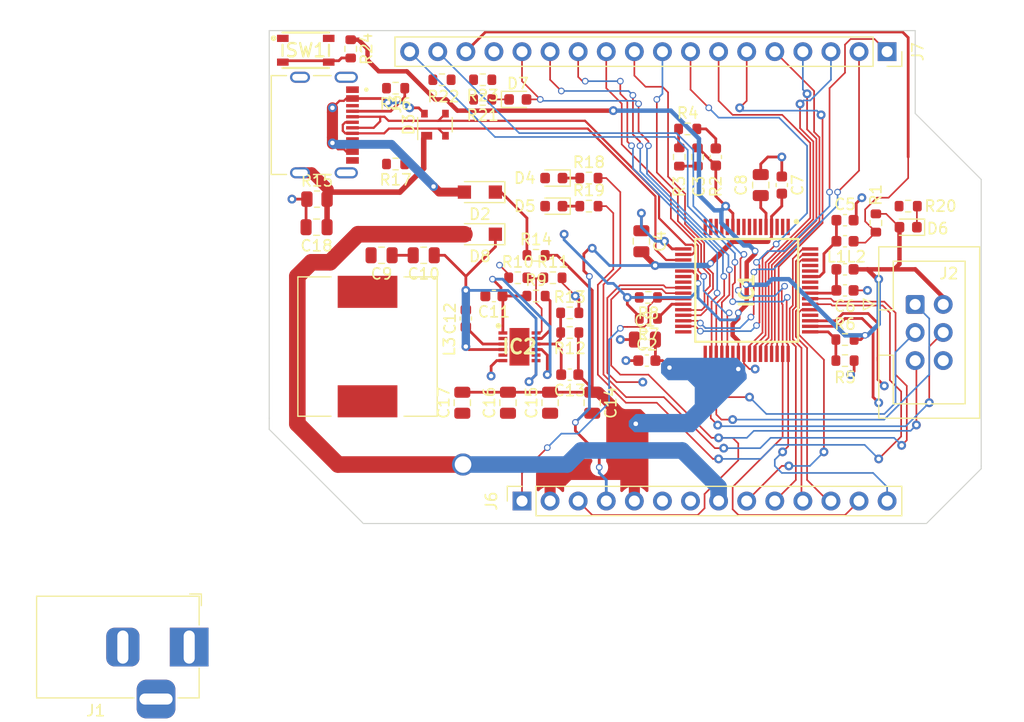
<source format=kicad_pcb>
(kicad_pcb (version 20221018) (generator pcbnew)
  (layers (0 "F.Cu" signal) (31 "B.Cu" signal) (34 "B.Paste" user) (35 "F.Paste" user) (36 "B.SilkS" user "B.Silkscreen") (37 "F.SilkS" user "F.Silkscreen") (38 "B.Mask" user) (39 "F.Mask" user) (44 "Edge.Cuts" user))
  (net 0 "")
  (net 1 "GND")
  (net 2 "+5V")
  (net 3 "Net-(IC1-P010{slash}VREFH0)")
  (net 4 "Net-(IC1-AVCC0)")
  (net 5 "+3.3V")
  (net 6 "Net-(IC1-VCL)")
  (net 7 "Net-(C10-Pad2)")
  (net 8 "Net-(D8-K)")
  (net 9 "Net-(IC2-SS)")
  (net 10 "Net-(IC2-BOOT)")
  (net 11 "Net-(IC2-PHASE)")
  (net 12 "Net-(IC2-FB)")
  (net 13 "/SHIELD2")
  (net 14 "Net-(D2-K)")
  (net 15 "VUSB")
  (net 16 "USB_D_N")
  (net 17 "USB_D_P")
  (net 18 "Net-(D4-K)")
  (net 19 "Net-(D5-K)")
  (net 20 "Net-(D6-K)")
  (net 21 "Net-(D7-K)")
  (net 22 "P111_GPT3_A")
  (net 23 "VIN")
  (net 35 "Net-(IC1-P407)")
  (net 38 "P204")
  (net 39 "~{RESET}")
  (net 40 "MD")
  (net 41 "Net-(IC1-P200)")
  (net 42 "P304_GPT7_A")
  (net 43 "P303_GPT7_B")
  (net 44 "P302_SCI2_TXD")
  (net 45 "P301_SCI2_RXD")
  (net 46 "SWCLK")
  (net 47 "SWDIO")
  (net 48 "P109_SCI9_TXD")
  (net 49 "P110_SCI9_RXD")
  (net 50 "P112_GPT3_B")
  (net 52 "P107_GPT0_A")
  (net 53 "P106_GPT0_B")
  (net 54 "P105_IRQ00_GPT1_A")
  (net 55 "P104_IRQ01_GPT1_B")
  (net 56 "P103_SPI0_SSL_GPT2_A_CAN0_TX")
  (net 57 "P102_SPI0_RSPC_GPT2_B_CAN0_RX")
  (net 58 "P101_AN21_SDA")
  (net 59 "P100_AN22_SCL")
  (net 60 "Net-(IC1-P500)")
  (net 61 "P501_SCI1_TXD")
  (net 62 "P502_SCI1_RXD")
  (net 64 "P014_AN09_DAC")
  (net 65 "P013")
  (net 66 "P012")
  (net 70 "P002_AN02_AMPO")
  (net 71 "P001_AN01_AMP-")
  (net 72 "P000_AN00_AMP+")
  (net 75 "Net-(IC2-COMP)")
  (net 76 "Net-(IC2-FS)")
  (net 77 "AREF")
  (net 78 "Net-(R3-Pad2)")
  (net 79 "CC1")
  (net 80 "CC2")
  (footprint "Capacitor_SMD:C_0603_1608Metric" (layer "F.Cu") (at 147.32 101.6 180)
    (fp_text reference "C6")
    (fp_text value "100n = 0.1u")
  )
  (footprint "Resistor_SMD:R_0603_1608Metric" (layer "F.Cu") (at 106.68 90.17 180)
    (fp_text reference "R17")
    (fp_text value "5.1k")
  )
  (footprint "Resistor_SMD:R_0603_1608Metric" (layer "F.Cu") (at 122.428 103.632)
    (fp_text reference "R13")
    (fp_text value "13.7k")
  )
  (footprint "Capacitor_SMD:C_0603_1608Metric" (layer "F.Cu") (at 113.03 104.14 90)
    (fp_text reference "C12")
    (fp_text value "100n = 0.1u")
  )
  (footprint "Resistor_SMD:R_0603_1608Metric" (layer "F.Cu") (at 110.871 82.55)
    (fp_text reference "R22")
    (fp_text value "R I2C-PULL-UP")
  )
  (footprint "Resistor_SMD:R_0603_1608Metric" (layer "F.Cu") (at 147.32 106.045 180)
    (fp_text reference "R5")
    (fp_text value "100k 0.1%")
  )
  (footprint "Capacitor_SMD:C_0603_1608Metric" (layer "F.Cu") (at 122.428 109.22 180)
    (fp_text reference "C13")
    (fp_text value "33p")
  )
  (footprint "Resistor_SMD:R_0603_1608Metric" (layer "F.Cu") (at 150.114 95.504 -90)
    (fp_text reference "R1")
    (fp_text value "5.1k")
  )
  (footprint "Capacitor_SMD:C_0603_1608Metric" (layer "F.Cu") (at 141.605 92.075 -90)
    (fp_text reference "C7")
    (fp_text value "100n = 0.1u")
  )
  (footprint "Capacitor_SMD:C_0805_2012Metric" (layer "F.Cu") (at 124.46 111.76 -90)
    (fp_text reference "C14")
    (fp_text value "22uF 25V")
  )
  (footprint "Resistor_SMD:R_0603_1608Metric" (layer "F.Cu") (at 122.428 105.41 180)
    (fp_text reference "R12")
    (fp_text value "100k")
  )
  (footprint "Resistor_SMD:R_0603_1608Metric" (layer "F.Cu") (at 133.985 89.535 -90)
    (fp_text reference "R2")
    (fp_text value "5.1k")
  )
  (footprint "Resistor_SMD:R_0603_1608Metric" (layer "F.Cu") (at 147.32 107.95)
    (fp_text reference "R6")
    (fp_text value "13.7k 0.1%")
  )
  (footprint "Resistor_SMD:R_0603_1608Metric" (layer "F.Cu") (at 120.904 100.457)
    (fp_text reference "R11")
    (fp_text value "100k")
  )
  (footprint "Resistor_SMD:R_0603_1608Metric" (layer "F.Cu") (at 102.616 79.756 -90)
    (fp_text reference "R24")
    (fp_text value "5.1k")
  )
  (footprint "Diode_SMD:Nexperia_CFP3_SOD-123W" (layer "F.Cu") (at 114.3 92.71 180)
    (fp_text reference "D2")
    (fp_text value "PMEG6020AELRX")
  )
  (footprint "R7FA4M1AB3CFM#AA0:QFP50P1200X1200X170-64N" (layer "F.Cu") (at 138.43 101.6 -90)
    (fp_text reference "IC1")
    (fp_text value "R7FA4M1AB3CFM#AA0" hide)
  )
  (footprint "Capacitor_SMD:C_0805_2012Metric" (layer "F.Cu") (at 112.71 111.76 90)
    (fp_text reference "C17")
    (fp_text value "22uF 25V")
  )
  (footprint "Capacitor_SMD:C_0603_1608Metric" (layer "F.Cu") (at 135.636 89.535 90)
    (fp_text reference "C3")
    (fp_text value "100n = 0.1u")
  )
  (footprint "Capacitor_SMD:C_0603_1608Metric" (layer "F.Cu") (at 147.32 95.25)
    (fp_text reference "C5")
    (fp_text value "1u")
  )
  (footprint "Resistor_SMD:R_0603_1608Metric" (layer "F.Cu") (at 129.54 104.14 180)
    (fp_text reference "R7")
    (fp_text value "5.1k")
  )
  (footprint "Resistor_SMD:R_0603_1608Metric" (layer "F.Cu") (at 114.554 82.55 180)
    (fp_text reference "R23")
    (fp_text value "R I2C-PULL-UP")
  )
  (footprint "Resistor_SMD:R_0603_1608Metric" (layer "F.Cu") (at 106.68 83.312 180)
    (fp_text reference "R16")
    (fp_text value "5.1k")
  )
  (footprint "Capacitor_SMD:C_0805_2012Metric" (layer "F.Cu") (at 109.22 98.425 180)
    (fp_text reference "C10")
    (fp_text value "22uF 25V")
  )
  (footprint "Capacitor_SMD:C_0805_2012Metric" (layer "F.Cu") (at 105.41 98.425 180)
    (fp_text reference "C9")
    (fp_text value "22uF 25V")
  )
  (footprint "Resistor_SMD:R_0603_1608Metric" (layer "F.Cu") (at 132.334 89.535 90)
    (fp_text reference "R3")
    (fp_text value "5.1k")
  )
  (footprint "Inductor_SMD:L_12x12mm_H8mm" (layer "F.Cu") (at 104.14 106.68 -90)
    (fp_text reference "L3")
    (fp_text value "10uH 2.3A -> 10uH 6.7A")
  )
  (footprint "Resistor_SMD:R_0603_1608Metric" (layer "F.Cu") (at 124.16125 93.98)
    (fp_text reference "R19")
    (fp_text value "330")
  )
  (footprint "SKRPACE010:SMT_4.2X3.2_" (layer "F.Cu") (at 98.552 79.883)
    (fp_text reference "SW1")
    (fp_text value "SW_MEC_5E" hide)
  )
  (footprint "Connector_BarrelJack:BarrelJack_Horizontal" (layer "F.Cu") (at 88.011 133.858)
    (fp_text reference "J1")
    (fp_text value "Barrel_Jack_Switch_Pin3Ring")
  )
  (footprint "Package_TO_SOT_SMD:SOT-143" (layer "F.Cu") (at 110.236 86.614 90)
    (fp_text reference "D3")
    (fp_text value "PRTR5V0U2X")
  )
  (footprint "Resistor_SMD:R_0603_1608Metric" (layer "F.Cu") (at 114.554 84.328 180)
    (fp_text reference "R21")
    (fp_text value "330")
  )
  (footprint "Capacitor_SMD:C_0603_1608Metric" (layer "F.Cu") (at 147.32 99.695 180)
    (fp_text reference "L2")
    (fp_text value "L")
  )
  (footprint "LED_SMD:LED_0603_1608Metric" (layer "F.Cu") (at 153.035 95.885 180)
    (fp_text reference "D6")
    (fp_text value "LED Green")
  )
  (footprint "Resistor_SMD:R_0603_1608Metric" (layer "F.Cu") (at 133.096 86.995)
    (fp_text reference "R4")
    (fp_text value "5.1k")
  )
  (footprint "LED_SMD:LED_0603_1608Metric" (layer "F.Cu") (at 117.729 84.328)
    (fp_text reference "D7")
    (fp_text value "LED Orenge")
  )
  (footprint "Capacitor_SMD:C_0805_2012Metric" (layer "F.Cu") (at 139.7 92.075 -90)
    (fp_text reference "C8")
    (fp_text value "4.7u")
  )
  (footprint "LED_SMD:LED_0603_1608Metric" (layer "F.Cu") (at 120.98625 91.44 180)
    (fp_text reference "D4")
    (fp_text value "LED Orenge")
  )
  (footprint "Connector_PinSocket_2.54mm:PinSocket_1x14_P2.54mm_Vertical" (layer "F.Cu") (at 118.11 120.65 90)
    (fp_text reference "J6")
    (fp_text value "Conn_01x14")
  )
  (footprint "Capacitor_SMD:C_0805_2012Metric" (layer "F.Cu") (at 116.84 111.76 90)
    (fp_text reference "C16")
    (fp_text value "22uF 25V")
  )
  (footprint "Connector_IDC:IDC-Header_2x03_P2.54mm_Vertical" (layer "F.Cu") (at 153.665 102.87)
    (fp_text reference "J2")
    (fp_text value "Conn_02x03_Odd_Even")
  )
  (footprint "5077CR-16SMC2-BK-TR:NELTRON_5077CR-16SMC2-BK-TR" (layer "F.Cu") (at 101.7125 86.64575 -90)
    (fp_text reference "J3")
    (fp_text value "5077CR-16SMC2-BK-TR")
  )
  (footprint "Resistor_SMD:R_0603_1608Metric" (layer "F.Cu") (at 124.16125 91.44)
    (fp_text reference "R18")
    (fp_text value "330")
  )
  (footprint "Connector_PinSocket_2.54mm:PinSocket_1x18_P2.54mm_Vertical" (layer "F.Cu") (at 151.13 80.01 -90)
    (fp_text reference "J7")
    (fp_text value "Conn_01x18")
  )
  (footprint "Resistor_SMD:R_0603_1608Metric" (layer "F.Cu") (at 119.38 98.425)
    (fp_text reference "R14")
    (fp_text value "0")
  )
  (footprint "Capacitor_SMD:C_0603_1608Metric" (layer "F.Cu") (at 129.4 107.95)
    (fp_text reference "C2")
    (fp_text value "100n = 0.1u")
  )
  (footprint "Capacitor_SMD:C_0805_2012Metric" (layer "F.Cu") (at 129.225 106.045)
    (fp_text reference "C1")
    (fp_text value "4.7u")
  )
  (footprint "Capacitor_SMD:C_0805_2012Metric" (layer "F.Cu") (at 128.905 97.155 -90)
    (fp_text reference "C4")
    (fp_text value "4.7u")
  )
  (footprint "Resistor_SMD:R_0805_2012Metric" (layer "F.Cu") (at 99.568 93.345)
    (fp_text reference "R15")
    (fp_text value "1m")
  )
  (footprint "Resistor_SMD:R_0603_1608Metric" (layer "F.Cu") (at 117.729 100.457)
    (fp_text reference "R10")
    (fp_text value "100k")
  )
  (footprint "Resistor_SMD:R_0603_1608Metric" (layer "F.Cu") (at 153.035 93.98 180)
    (fp_text reference "R20")
    (fp_text value "330")
  )
  (footprint "Capacitor_SMD:C_0805_2012Metric" (layer "F.Cu") (at 120.65 111.76 90)
    (fp_text reference "C15")
    (fp_text value "22uF 25V")
  )
  (footprint "Resistor_SMD:R_0603_1608Metric" (layer "F.Cu") (at 119.38 102.108)
    (fp_text reference "R9")
    (fp_text value "0")
  )
  (footprint "Capacitor_SMD:C_0805_2012Metric" (layer "F.Cu") (at 99.5305 95.885 180)
    (fp_text reference "C18")
    (fp_text value "4.7u")
  )
  (footprint "Capacitor_SMD:C_0603_1608Metric" (layer "F.Cu") (at 115.57 102.108 180)
    (fp_text reference "C11")
    (fp_text value "1u")
  )
  (footprint "Diode_SMD:Nexperia_CFP3_SOD-123W" (layer "F.Cu") (at 114.3 96.52 180)
    (fp_text reference "D8")
    (fp_text value "PMEG6020AELRX")
  )
  (footprint "LED_SMD:LED_0603_1608Metric" (layer "F.Cu") (at 120.98625 93.98 180)
    (fp_text reference "D5")
    (fp_text value "LED Orenge")
  )
  (footprint "ISL854102FRZ-T:SON50P300X400X100-13N-D" (layer "F.Cu") (at 117.88 106.7)
    (fp_text reference "IC2")
    (fp_text value "ISL854102FRZ-T" hide)
  )
  (footprint "Resistor_SMD:R_0603_1608Metric" (layer "F.Cu") (at 129.54 102.235 180)
    (fp_text reference "R8")
    (fp_text value "5.1k")
  )
  (footprint "Capacitor_SMD:C_0603_1608Metric" (layer "F.Cu") (at 147.32 97.155 180)
    (fp_text reference "L1")
    (fp_text value "L")
  )
  (gr_line (start 159.639 117.475) (end 159.639 117.729) (stroke (width 0.1)) (layer "Edge.Cuts"))
  (gr_line (start 95.249808 113.157) (end 95.249808 78.105) (stroke (width 0.1)) (layer "Edge.Cuts"))
  (gr_line (start 95.25 114.173) (end 95.25 113.157) (stroke (width 0.1)) (layer "Edge.Cuts"))
  (gr_line (start 153.67 78.105) (end 95.25 78.105) (stroke (width 0.1)) (layer "Edge.Cuts"))
  (gr_line (start 153.67 85.598) (end 153.67 78.105) (stroke (width 0.1)) (layer "Edge.Cuts"))
  (gr_line (start 154.686 122.682) (end 159.639 117.729) (stroke (width 0.1)) (layer "Edge.Cuts"))
  (gr_line (start 159.639 91.567) (end 159.639 117.475) (stroke (width 0.1)) (layer "Edge.Cuts"))
  (gr_line (start 103.759 122.682) (end 95.25 114.173) (stroke (width 0.1)) (layer "Edge.Cuts"))
  (gr_line (start 103.759 122.682) (end 154.686 122.682) (stroke (width 0.1)) (layer "Edge.Cuts"))
  (gr_line (start 159.639 91.567) (end 153.67 85.598) (stroke (width 0.1)) (layer "Edge.Cuts"))
  (segment (start 135.636 87.884) (end 135.636 88.76) (width 0.25) (layer "F.Cu") (net 1))
  (segment (start 131.68724 97.85) (end 132.692 97.85) (width 0.25) (layer "F.Cu") (net 1))
  (segment (start 128.625 107.95) (end 127.508 107.95) (width 0.25) (layer "F.Cu") (net 1))
  (segment (start 128.275 106.045) (end 127 106.045) (width 0.25) (layer "F.Cu") (net 1))
  (segment (start 115.316 108.458) (end 115.316 109.347) (width 0.25) (layer "F.Cu") (net 1))
  (segment (start 139.7 91.125) (end 139.7 90.17) (width 0.25) (layer "F.Cu") (net 1))
  (segment (start 128.905 96.205) (end 128.905 94.615) (width 0.25) (layer "F.Cu") (net 1))
  (segment (start 121.602 100.457) (end 121.602 100.774) (width 0.15) (layer "F.Cu") (net 1))
  (segment (start 116.904 100.457) (end 116.904 100.14) (width 0.15) (layer "F.Cu") (net 1))
  (segment (start 133.921 86.995) (end 134.747 86.995) (width 0.25) (layer "F.Cu") (net 1))
  (segment (start 138.684 108.712) (end 139.192 108.712) (width 0.15) (layer "F.Cu") (net 1))
  (segment (start 116.38 107.95) (end 115.824 107.95) (width 0.25) (layer "F.Cu") (net 1))
  (segment (start 121.602 100.774) (end 122.936 102.108) (width 0.15) (layer "F.Cu") (net 1))
  (segment (start 148.145 107.95) (end 148.145 108.903) (width 0.25) (layer "F.Cu") (net 1))
  (segment (start 140.335 89.535) (end 141.605 89.535) (width 0.25) (layer "F.Cu") (net 1))
  (segment (start 134.747 86.995) (end 135.636 87.884) (width 0.25) (layer "F.Cu") (net 1))
  (segment (start 139.7 90.17) (end 140.335 89.535) (width 0.25) (layer "F.Cu") (net 1))
  (segment (start 148.844 93.218) (end 148.336 93.726) (width 0.25) (layer "F.Cu") (net 1))
  (segment (start 130.99224 97.155) (end 131.68724 97.85) (width 0.25) (layer "F.Cu") (net 1))
  (segment (start 98.5805 93.42) (end 98.6555 93.345) (width 0.25) (layer "F.Cu") (net 1))
  (segment (start 148.336 93.726) (end 148.336 95.009) (width 0.25) (layer "F.Cu") (net 1))
  (segment (start 98.6555 93.345) (end 97.3055 93.345) (width 0.25) (layer "F.Cu") (net 1))
  (segment (start 115.57 108.204) (end 115.316 108.458) (width 0.25) (layer "F.Cu") (net 1))
  (segment (start 148.095 101.6) (end 149.352 101.6) (width 0.15) (layer "F.Cu") (net 1))
  (segment (start 141.605 91.3) (end 141.605 89.535) (width 0.25) (layer "F.Cu") (net 1))
  (segment (start 138.18 107.338) (end 138.18 108.208) (width 0.15) (layer "F.Cu") (net 1))
  (segment (start 98.5805 95.885) (end 98.5805 93.42) (width 0.25) (layer "F.Cu") (net 1))
  (segment (start 123.253 102.425) (end 123.253 103.632) (width 0.25) (layer "F.Cu") (net 1))
  (segment (start 148.145 108.903) (end 147.828 109.22) (width 0.25) (layer "F.Cu") (net 1))
  (segment (start 116.904 100.14) (end 116.078 99.314) (width 0.15) (layer "F.Cu") (net 1))
  (segment (start 115.824 107.95) (end 115.57 108.204) (width 0.25) (layer "F.Cu") (net 1))
  (segment (start 122.936 102.108) (end 123.253 102.425) (width 0.25) (layer "F.Cu") (net 1))
  (segment (start 138.18 108.208) (end 138.684 108.712) (width 0.15) (layer "F.Cu") (net 1))
  (segment (start 148.336 95.009) (end 148.095 95.25) (width 0.25) (layer "F.Cu") (net 1))
  (via (at 141.605 89.535) (size 0.8) (drill 0.4) (layers "F.Cu" "B.Cu") (net 1))
  (via (at 147.828 109.22) (size 0.8) (drill 0.4) (layers "F.Cu" "B.Cu") (net 1))
  (via (at 127 106.045) (size 0.8) (drill 0.4) (layers "F.Cu" "B.Cu") (net 1))
  (via (at 116.078 99.314) (size 0.6) (drill 0.4) (layers "F.Cu" "B.Cu") (net 1))
  (via (at 149.352 101.6) (size 0.8) (drill 0.4) (layers "F.Cu" "B.Cu") (net 1))
  (via (at 130.99224 97.155) (size 0.8) (drill 0.4) (layers "F.Cu" "B.Cu") (net 1))
  (via (at 97.3055 93.345) (size 0.8) (drill 0.4) (layers "F.Cu" "B.Cu") (net 1))
  (via (at 127.508 107.95) (size 0.8) (drill 0.4) (layers "F.Cu" "B.Cu") (net 1))
  (via (at 115.316 109.347) (size 0.8) (drill 0.4) (layers "F.Cu" "B.Cu") (net 1))
  (via (at 128.905 94.615) (size 0.8) (drill 0.4) (layers "F.Cu" "B.Cu") (net 1))
  (via (at 122.936 102.108) (size 0.8) (drill 0.4) (layers "F.Cu" "B.Cu") (net 1))
  (via (at 139.192 108.712) (size 0.8) (drill 0.4) (layers "F.Cu" "B.Cu") (net 1))
  (via (at 148.844 93.218) (size 0.8) (drill 0.4) (layers "F.Cu" "B.Cu") (net 1))
  (segment (start 128.905 95.885) (end 130.175 97.155) (width 0.25) (layer "B.Cu") (net 1))
  (segment (start 130.175 97.155) (end 130.99224 97.155) (width 0.25) (layer "B.Cu") (net 1))
  (segment (start 128.905 94.615) (end 128.905 95.885) (width 0.25) (layer "B.Cu") (net 1))
  (segment (start 107.696 81.788) (end 105.156 81.788) (width 0.4) (layer "F.Cu") (net 2))
  (segment (start 133.53912 99.85) (end 132.692 99.85) (width 0.25) (layer "F.Cu") (net 2))
  (segment (start 112.268 85.344) (end 111.252 84.328) (width 0.4) (layer "F.Cu") (net 2))
  (segment (start 130.175 106.045) (end 130.175 107.95) (width 0.25) (layer "F.Cu") (net 2))
  (segment (start 151.765 99.695) (end 153.67 99.695) (width 0.4) (layer "F.Cu") (net 2))
  (segment (start 128.715 103.95) (end 128.715 104.14) (width 0.25) (layer "F.Cu") (net 2))
  (segment (start 104.14 80.772) (end 104.14 79.756) (width 0.4) (layer "F.Cu") (net 2))
  (segment (start 150.241 100.584) (end 149.352 99.695) (width 0.4) (layer "F.Cu") (net 2))
  (segment (start 137.68 107.338) (end 137.68 108.7) (width 0.15) (layer "F.Cu") (net 2))
  (segment (start 121.285 98.425) (end 120.205 98.425) (width 0.25) (layer "F.Cu") (net 2))
  (segment (start 135.636 93.091) (end 135.636 90.31) (width 0.25) (layer "F.Cu") (net 2))
  (segment (start 137.68 108.7) (end 137.668 108.712) (width 0.15) (layer "F.Cu") (net 2))
  (segment (start 149.352 99.695) (end 151.765 99.695) (width 0.4) (layer "F.Cu") (net 2))
  (segment (start 137.18 94.635) (end 137.16 94.615) (width 0.25) (layer "F.Cu") (net 2))
  (segment (start 136.525 93.98) (end 135.636 93.091) (width 0.25) (layer "F.Cu") (net 2))
  (segment (start 153.67 99.695) (end 156.205 102.23) (width 0.4) (layer "F.Cu") (net 2))
  (segment (start 151.765 99.695) (end 152.2475 99.2125) (width 0.4) (layer "F.Cu") (net 2))
  (segment (start 148.7545 106.045) (end 149.1355 105.664) (width 0.25) (layer "F.Cu") (net 2))
  (segment (start 120.65 120.65) (end 120.65 118.745) (width 1) (layer "F.Cu") (net 2))
  (segment (start 150.114 94.679) (end 151.0415 94.679) (width 0.15) (layer "F.Cu") (net 2))
  (segment (start 128.27 120.65) (end 128.27 118.745) (width 1) (layer "F.Cu") (net 2))
  (segment (start 151.0415 94.679) (end 152.2475 95.885) (width 0.15) (layer "F.Cu") (net 2))
  (segment (start 152.2475 99.2125) (end 152.2475 95.885) (width 0.4) (layer "F.Cu") (net 2))
  (segment (start 156.205 102.23) (end 156.205 102.87) (width 0.4) (layer "F.Cu") (net 2))
  (segment (start 123.203 105.46) (end 123.253 105.41) (width 0.25) (layer "F.Cu") (net 2))
  (segment (start 110.236 84.328) (end 107.696 81.788) (width 0.4) (layer "F.Cu") (net 2))
  (segment (start 137.16 105.664) (end 137.16 104.648) (width 0.4) (layer "F.Cu") (net 2))
  (segment (start 104.14 79.756) (end 103.315 78.931) (width 0.4) (layer "F.Cu") (net 2))
  (segment (start 123.203 109.22) (end 123.203 105.46) (width 0.25) (layer "F.Cu") (net 2))
  (segment (start 133.985 100.29588) (end 133.53912 99.85) (width 0.25) (layer "F.Cu") (net 2))
  (segment (start 124.46 110.81) (end 125.034 110.81) (width 1) (layer "F.Cu") (net 2))
  (segment (start 137.16 104.648) (end 137.668 104.14) (width 0.4) (layer "F.Cu") (net 2))
  (segment (start 138.43 99.06) (end 139.192 98.298) (width 0.4) (layer "F.Cu") (net 2))
  (segment (start 124.46 110.477) (end 123.203 109.22) (width 0.25) (layer "F.Cu") (net 2))
  (segment (start 134.029 100.965) (end 133.985 100.921) (width 0.25) (layer "F.Cu") (net 2))
  (segment (start 148.095 99.695) (end 149.352 99.695) (width 0.4) (layer "F.Cu") (net 2))
  (segment (start 138.43 101.153745) (end 138.43 102.87) (width 0.4) (layer "F.Cu") (net 2))
  (segment (start 138.43 101.030255) (end 138.43 99.06) (width 0.4) (layer "F.Cu") (net 2))
  (segment (start 137.68 106.184) (end 137.16 105.664) (width 0.4) (layer "F.Cu") (net 2))
  (segment (start 127.635 102.235) (end 128.715 102.235) (width 0.25) (layer "F.Cu") (net 2))
  (segment (start 137.68 107.338) (end 137.68 106.184) (width 0.15) (layer "F.Cu") (net 2))
  (segment (start 111.252 84.328) (end 110.236 84.328) (width 0.4) (layer "F.Cu") (net 2))
  (segment (start 126.365 85.344) (end 112.268 85.344) (width 0.4) (layer "F.Cu") (net 2))
  (segment (start 124.46 110.81) (end 124.46 101.6) (width 0.25) (layer "F.Cu") (net 2))
  (segment (start 126.492 112.268) (end 126.492 112.522) (width 1) (layer "F.Cu") (net 2))
  (segment (start 130.81 107.95) (end 131.445 108.585) (width 0.25) (layer "F.Cu") (net 2))
  (segment (start 150.368 100.584) (end 150.241 100.584) (width 0.4) (layer "F.Cu") (net 2))
  (segment (start 124.46 110.81) (end 124.46 110.477) (width 0.25) (layer "F.Cu") (net 2))
  (segment (start 135.636 90.31) (end 134.036 88.71) (width 0.25) (layer "F.Cu") (net 2))
  (segment (start 112.71 110.81) (end 116.84 110.81) (width 0.25) (layer "F.Cu") (net 2))
  (segment (start 138.43 102.87) (end 137.668 103.632) (width 0.4) (layer "F.Cu") (net 2))
  (segment (start 105.156 81.788) (end 104.14 80.772) (width 0.4) (layer "F.Cu") (net 2))
  (segment (start 133.985 100.921) (end 133.985 100.29588) (width 0.25) (layer "F.Cu") (net 2))
  (segment (start 125.034 110.81) (end 126.492 112.268) (width 1) (layer "F.Cu") (net 2))
  (segment (start 116.84 110.81) (end 120.65 110.81) (width 0.25) (layer "F.Cu") (net 2))
  (segment (start 139.192 98.298) (end 139.192 98.044) (width 0.4) (layer "F.Cu") (net 2))
  (segment (start 124.46 101.6) (end 121.285 98.425) (width 0.25) (layer "F.Cu") (net 2))
  (segment (start 137.16 94.615) (end 136.525 93.98) (width 0.25) (layer "F.Cu") (net 2))
  (segment (start 121.92 96.52) (end 121.7675 96.3675) (width 0.25) (layer "F.Cu") (net 2))
  (segment (start 127.635 102.235) (end 127.635 102.87) (width 0.25) (layer "F.Cu") (net 2))
  (segment (start 130.175 107.95) (end 130.81 107.95) (width 0.25) (layer "F.Cu") (net 2))
  (segment (start 138.368255 101.092) (end 138.43 101.030255) (width 0.4) (layer "F.Cu") (net 2))
  (segment (start 127.635 102.87) (end 128.715 103.95) (width 0.25) (layer "F.Cu") (net 2))
  (segment (start 103.315 78.931) (end 102.616 78.931) (width 0.4) (layer "F.Cu") (net 2))
  (segment (start 138.368255 101.092) (end 138.43 101.153745) (width 0.4) (layer "F.Cu") (net 2))
  (segment (start 137.668 104.14) (end 137.668 103.632) (width 0.4) (layer "F.Cu") (net 2))
  (segment (start 148.145 106.045) (end 148.7545 106.045) (width 0.25) (layer "F.Cu") (net 2))
  (segment (start 137.18 95.862) (end 137.18 94.635) (width 0.25) (layer "F.Cu") (net 2))
  (segment (start 124.46 110.81) (end 120.65 110.81) (width 0.25) (layer "F.Cu") (net 2))
  (via (at 136.525 93.98) (size 0.8) (drill 0.4) (layers "F.Cu" "B.Cu") (net 2))
  (via (at 128.397 113.665) (size 0.6) (drill 0.4) (layers "F.Cu" "B.Cu") (net 2))
  (via (at 134.029 100.965) (size 0.6) (drill 0.4) (layers "F.Cu" "B.Cu") (net 2))
  (via (at 150.368 100.584) (size 0.8) (drill 0.4) (layers "F.Cu" "B.Cu") (net 2))
  (via (at 128.397 113.665) (size 0.6) (drill 0.4) (layers "F.Cu" "B.Cu") (net 2))
  (via (at 138.368255 101.092) (size 0.6) (drill 0.4) (layers "F.Cu" "B.Cu") (net 2))
  (via (at 137.668 108.712) (size 0.8) (drill 0.4) (layers "F.Cu" "B.Cu") (net 2))
  (via (at 137.668 103.632) (size 0.6) (drill 0.4) (layers "F.Cu" "B.Cu") (net 2))
  (via (at 139.192 98.044) (size 0.6) (drill 0.4) (layers "F.Cu" "B.Cu") (net 2))
  (via (at 131.445 108.585) (size 0.8) (drill 0.4) (layers "F.Cu" "B.Cu") (net 2))
  (via (at 121.92 96.52) (size 0.8) (drill 0.4) (layers "F.Cu" "B.Cu") (net 2))
  (via (at 149.1355 105.664) (size 0.6) (drill 0.4) (layers "F.Cu" "B.Cu") (net 2))
  (via (at 126.365 85.344) (size 0.8) (drill 0.4) (layers "F.Cu" "B.Cu") (net 2))
  (via (at 127.635 102.235) (size 0.8) (drill 0.4) (layers "F.Cu" "B.Cu") (net 2))
  (segment (start 134.112 92.964) (end 135.509 94.361) (width 0.4) (layer "B.Cu") (net 2))
  (segment (start 134.029 102.279) (end 136.017 104.267) (width 0.25) (layer "B.Cu") (net 2))
  (segment (start 136.144 95.504) (end 136.144 94.361) (width 0.4) (layer "B.Cu") (net 2))
  (segment (start 147.32 105.664) (end 149.352 105.664) (width 0.4) (layer "B.Cu") (net 2))
  (segment (start 138.684 97.536) (end 138.176 97.536) (width 0.4) (layer "B.Cu") (net 2))
  (segment (start 125.857 100.965) (end 121.92 97.028) (width 0.25) (layer "B.Cu") (net 2))
  (segment (start 126.365 85.344) (end 131.572 85.344) (width 0.4) (layer "B.Cu") (net 2))
  (segment (start 131.572 85.344) (end 134.112 87.884) (width 0.4) (layer "B.Cu") (net 2))
  (segment (start 142.24 100.584) (end 147.32 105.664) (width 0.4) (layer "B.Cu") (net 2))
  (segment (start 139.192 98.044) (end 138.684 97.536) (width 0.4) (layer "B.Cu") (net 2))
  (segment (start 138.176 97.536) (end 136.144 95.504) (width 0.4) (layer "B.Cu") (net 2))
  (segment (start 133.372 102.235) (end 134.029 101.578) (width 0.25) (layer "B.Cu") (net 2))
  (segment (start 134.029 101.578) (end 134.029 100.965) (width 0.25) (layer "B.Cu") (net 2))
  (segment (start 137.414 104.267) (end 137.668 104.013) (width 0.25) (layer "B.Cu") (net 2))
  (segment (start 126.365 100.965) (end 125.857 100.965) (width 0.25) (layer "B.Cu") (net 2))
  (segment (start 134.029 100.965) (end 134.029 102.279) (width 0.25) (layer "B.Cu") (net 2))
  (segment (start 121.92 97.028) (end 121.92 96.52) (width 0.25) (layer "B.Cu") (net 2))
  (segment (start 134.112 87.884) (end 134.112 92.964) (width 0.4) (layer "B.Cu") (net 2))
  (segment (start 138.368255 101.092) (end 140.208 101.092) (width 0.4) (layer "B.Cu") (net 2))
  (segment (start 127.635 102.235) (end 133.372 102.235) (width 0.25) (layer "B.Cu") (net 2))
  (segment (start 149.352 105.664) (end 150.368 104.648) (width 0.4) (layer "B.Cu") (net 2))
  (segment (start 140.716 100.584) (end 142.24 100.584) (width 0.4) (layer "B.Cu") (net 2))
  (segment (start 135.509 94.361) (end 136.144 94.361) (width 0.4) (layer "B.Cu") (net 2))
  (segment (start 150.368 104.648) (end 150.368 100.584) (width 0.4) (layer "B.Cu") (net 2))
  (segment (start 136.017 104.267) (end 137.414 104.267) (width 0.25) (layer "B.Cu") (net 2))
  (segment (start 137.668 104.013) (end 137.668 103.632) (width 0.25) (layer "B.Cu") (net 2))
  (segment (start 127.635 102.235) (end 126.365 100.965) (width 0.25) (layer "B.Cu") (net 2))
  (segment (start 136.144 94.361) (end 136.525 93.98) (width 0.4) (layer "B.Cu") (net 2))
  (segment (start 140.208 101.092) (end 140.716 100.584) (width 0.4) (layer "B.Cu") (net 2))
  (segment (start 146.545 97.155) (end 146.545 95.25) (width 0.25) (layer "F.Cu") (net 3))
  (segment (start 145.01512 100.35) (end 145.415 99.95012) (width 0.25) (layer "F.Cu") (net 3))
  (segment (start 145.415 98.285) (end 146.545 97.155) (width 0.25) (layer "F.Cu") (net 3))
  (segment (start 145.415 99.95012) (end 145.415 98.285) (width 0.25) (layer "F.Cu") (net 3))
  (segment (start 144.168 100.35) (end 145.01512 100.35) (width 0.25) (layer "F.Cu") (net 3))
  (segment (start 146.295 101.85) (end 146.545 101.6) (width 0.25) (layer "F.Cu") (net 4))
  (segment (start 146.545 101.6) (end 146.545 99.695) (width 0.25) (layer "F.Cu") (net 4))
  (segment (start 144.168 101.85) (end 146.295 101.85) (width 0.25) (layer "F.Cu") (net 4))
  (segment (start 141.605 93.98) (end 141.605 92.85) (width 0.25) (layer "F.Cu") (net 5))
  (segment (start 129.22 98.425) (end 130.145 99.35) (width 0.5) (layer "F.Cu") (net 5))
  (segment (start 125.095 116.459) (end 125.095 117.602) (width 0.25) (layer "F.Cu") (net 5))
  (segment (start 140.68 95.862) (end 140.68 94.905) (width 0.25) (layer "F.Cu") (net 5))
  (segment (start 140.68 94.905) (end 141.605 93.98) (width 0.25) (layer "F.Cu") (net 5))
  (segment (start 123.698 98.298) (end 123.698 99.822) (width 0.25) (layer "F.Cu") (net 5))
  (segment (start 124.206 97.79) (end 123.698 98.298) (width 0.25) (layer "F.Cu") (net 5))
  (segment (start 137.16 97.155) (end 140.335 97.155) (width 0.5) (layer "F.Cu") (net 5))
  (segment (start 123.698 99.822) (end 124.206 100.33) (width 0.25) (layer "F.Cu") (net 5))
  (segment (start 122.936 113.538) (end 122.936 114.3) (width 0.25) (layer "F.Cu") (net 5))
  (segment (start 140.68 96.81) (end 140.68 95.862) (width 0.25) (layer "F.Cu") (net 5))
  (segment (start 135.166202 99.148798) (end 137.16 97.155) (width 0.5) (layer "F.Cu") (net 5))
  (segment (start 130.145 99.35) (end 132.692 99.35) (width 0.25) (layer "F.Cu") (net 5))
  (segment (start 140.335 97.155) (end 140.68 96.81) (width 0.25) (layer "F.Cu") (net 5))
  (segment (start 122.936 114.3) (end 125.095 116.459) (width 0.25) (layer "F.Cu") (net 5))
  (segment (start 124.46 97.79) (end 124.206 97.79) (width 0.25) (layer "F.Cu") (net 5))
  (via (at 130.145 99.35) (size 0.8) (drill 0.4) (layers "F.Cu" "B.Cu") (net 5))
  (via (at 122.936 113.538) (size 0.6) (drill 0.4) (layers "F.Cu" "B.Cu") (net 5))
  (via (at 124.46 97.79) (size 0.8) (drill 0.4) (layers "F.Cu" "B.Cu") (net 5))
  (via (at 135.166202 99.148798) (size 0.6) (drill 0.4) (layers "F.Cu" "B.Cu") (net 5))
  (via (at 124.206 100.33) (size 0.6) (drill 0.4) (layers "F.Cu" "B.Cu") (net 5))
  (via (at 125.095 117.602) (size 0.6) (drill 0.4) (layers "F.Cu" "B.Cu") (net 5))
  (segment (start 130.145 99.35) (end 134.965 99.35) (width 0.5) (layer "B.Cu") (net 5))
  (segment (start 135.166202 99.148798) (end 134.965 99.35) (width 0.5) (layer "B.Cu") (net 5))
  (segment (start 125.095 117.602) (end 125.095 118.11) (width 0.25) (layer "B.Cu") (net 5))
  (segment (start 126.02 99.35) (end 124.46 97.79) (width 0.25) (layer "B.Cu") (net 5))
  (segment (start 130.145 99.35) (end 126.02 99.35) (width 0.25) (layer "B.Cu") (net 5))
  (segment (start 125.095 118.11) (end 125.73 118.745) (width 0.25) (layer "B.Cu") (net 5))
  (segment (start 122.936 113.538) (end 124.206 112.268) (width 0.25) (layer "B.Cu") (net 5))
  (segment (start 124.206 112.268) (end 124.206 100.33) (width 0.25) (layer "B.Cu") (net 5))
  (segment (start 125.73 118.745) (end 125.73 120.65) (width 0.25) (layer "B.Cu") (net 5))
  (segment (start 140.18 94.615) (end 139.7 94.135) (width 0.25) (layer "F.Cu") (net 6))
  (segment (start 140.18 95.862) (end 140.18 94.615) (width 0.25) (layer "F.Cu") (net 6))
  (segment (start 139.7 94.135) (end 139.7 93.025) (width 0.25) (layer "F.Cu") (net 6))
  (segment (start 108.27 98.425) (end 106.36 98.425) (width 0.25) (layer "F.Cu") (net 7))
  (segment (start 113.3 106.95) (end 116.38 106.95) (width 0.25) (layer "F.Cu") (net 8))
  (segment (start 115.7 97.66) (end 113.03 100.33) (width 0.25) (layer "F.Cu") (net 8))
  (segment (start 111.125 98.425) (end 113.03 100.33) (width 0.25) (layer "F.Cu") (net 8))
  (segment (start 110.17 98.425) (end 111.125 98.425) (width 0.25) (layer "F.Cu") (net 8))
  (segment (start 119.38 109.22) (end 118.745 109.855) (width 0.25) (layer "F.Cu") (net 8))
  (segment (start 115.7 96.52) (end 115.7 97.66) (width 0.25) (layer "F.Cu") (net 8))
  (segment (start 113.03 100.33) (end 113.03 101.6) (width 0.25) (layer "F.Cu") (net 8))
  (segment (start 119.38 107.95) (end 119.38 109.22) (width 0.25) (layer "F.Cu") (net 8))
  (segment (start 113.03 106.68) (end 113.3 106.95) (width 0.25) (layer "F.Cu") (net 8))
  (segment (start 109.855 98.425) (end 110.17 98.425) (width 0.25) (layer "F.Cu") (net 8))
  (via (at 118.745 109.855) (size 0.8) (drill 0.4) (layers "F.Cu" "B.Cu") (net 8))
  (via (at 113.03 106.68) (size 0.8) (drill 0.4) (layers "F.Cu" "B.Cu") (net 8))
  (via (at 113.03 101.6) (size 0.8) (drill 0.4) (layers "F.Cu" "B.Cu") (net 8))
  (segment (start 119.38 104.14) (end 116.84 101.6) (width 0.25) (layer "B.Cu") (net 8))
  (segment (start 119.38 109.22) (end 119.38 104.14) (width 0.25) (layer "B.Cu") (net 8))
  (segment (start 113.03 101.6) (end 113.03 106.68) (width 0.75) (layer "B.Cu") (net 8))
  (segment (start 116.84 101.6) (end 113.03 101.6) (width 0.25) (layer "B.Cu") (net 8))
  (segment (start 118.745 109.855) (end 119.38 109.22) (width 0.25) (layer "B.Cu") (net 8))
  (segment (start 119.88962 106.95) (end 119.38 106.95) (width 0.25) (layer "F.Cu") (net 9))
  (segment (start 118.555 102.108) (end 116.345 102.108) (width 0.25) (layer "F.Cu") (net 9))
  (segment (start 116.205 101.346) (end 116.205 101.968) (width 0.25) (layer "F.Cu") (net 9))
  (segment (start 115.443 100.584) (end 116.205 101.346) (width 0.25) (layer "F.Cu") (net 9))
  (segment (start 120.396 107.45638) (end 119.88962 106.95) (width 0.25) (layer "F.Cu") (net 9))
  (segment (start 116.38 102.143) (end 116.345 102.108) (width 0.25) (layer "F.Cu") (net 9))
  (segment (start 116.38 105.45) (end 116.38 102.143) (width 0.25) (layer "F.Cu") (net 9))
  (segment (start 116.205 101.968) (end 116.345 102.108) (width 0.25) (layer "F.Cu") (net 9))
  (segment (start 120.396 109.22) (end 120.396 107.45638) (width 0.25) (layer "F.Cu") (net 9))
  (via (at 115.443 100.584) (size 0.6) (drill 0.4) (layers "F.Cu" "B.Cu") (net 9))
  (via (at 120.396 109.22) (size 0.8) (drill 0.4) (layers "F.Cu" "B.Cu") (net 9))
  (segment (start 120.65 108.966) (end 120.396 109.22) (width 0.25) (layer "B.Cu") (net 9))
  (segment (start 116.357158 100.584) (end 120.65 104.876842) (width 0.25) (layer "B.Cu") (net 9))
  (segment (start 115.443 100.584) (end 116.357158 100.584) (width 0.25) (layer "B.Cu") (net 9))
  (segment (start 120.65 104.876842) (end 120.65 108.966) (width 0.25) (layer "B.Cu") (net 9))
  (segment (start 114.565 106.45) (end 116.38 106.45) (width 0.25) (layer "F.Cu") (net 10))
  (segment (start 113.03 104.915) (end 114.565 106.45) (width 0.25) (layer "F.Cu") (net 10))
  (segment (start 121.134 106.45) (end 121.603 105.981) (width 0.25) (layer "F.Cu") (net 12))
  (segment (start 121.134 106.45) (end 121.653 106.969) (width 0.25) (layer "F.Cu") (net 12))
  (segment (start 121.603 103.632) (end 121.603 105.41) (width 0.25) (layer "F.Cu") (net 12))
  (segment (start 121.653 106.969) (end 121.653 109.22) (width 0.25) (layer "F.Cu") (net 12))
  (segment (start 121.603 105.981) (end 121.603 105.41) (width 0.25) (layer "F.Cu") (net 12))
  (segment (start 119.38 106.45) (end 121.134 106.45) (width 0.25) (layer "F.Cu") (net 12))
  (segment (start 100.584 92.456) (end 100.838 92.71) (width 0.5) (layer "F.Cu") (net 13))
  (segment (start 100.4805 93.345) (end 100.4805 95.25) (width 0.5) (layer "F.Cu") (net 13))
  (segment (start 99.09375 90.96575) (end 98.0325 90.96575) (width 1) (layer "F.Cu") (net 13))
  (segment (start 100.584 92.456) (end 100.584 93.2415) (width 0.5) (layer "F.Cu") (net 13))
  (segment (start 107.066231 92.71) (end 109.22 90.556231) (width 0.5) (layer "F.Cu") (net 13))
  (segment (start 100.584 93.2415) (end 100.4805 93.345) (width 0.5) (layer "F.Cu") (net 13))
  (segment (start 109.22 90.556231) (end 109.22 87.88) (width 0.5) (layer "F.Cu") (net 13))
  (segment (start 100.838 92.71) (end 107.066231 92.71) (width 0.5) (layer "F.Cu") (net 13))
  (segment (start 109.486 87.614) (end 109.22 87.88) (width 0.25) (layer "F.Cu") (net 13))
  (segment (start 100.584 92.456) (end 99.09375 90.96575) (width 1) (layer "F.Cu") (net 13))
  (segment (start 116.205 92.71) (end 115.7 92.71) (width 0.25) (layer "F.Cu") (net 14))
  (segment (start 118.555 98.425) (end 118.555 95.06) (width 0.25) (layer "F.Cu") (net 14))
  (segment (start 118.555 95.06) (end 116.205 92.71) (width 0.25) (layer "F.Cu") (net 14))
  (segment (start 100.965 85.493199) (end 100.965 87.76787) (width 1) (layer "F.Cu") (net 15))
  (segment (start 100.965 85.09) (end 101.59925 84.45575) (width 0.2) (layer "F.Cu") (net 15))
  (segment (start 102.002449 84.45575) (end 102.212449 84.24575) (width 0.2) (layer "F.Cu") (net 15))
  (segment (start 101.466815 88.83575) (end 102.002449 88.83575) (width 0.2) (layer "F.Cu") (net 15))
  (segment (start 102.212449 89.04575) (end 102.7775 89.04575) (width 0.2) (layer "F.Cu") (net 15))
  (segment (start 101.59925 84.45575) (end 102.002449 84.45575) (width 0.2) (layer "F.Cu") (net 15))
  (segment (start 112.9 92.71) (end 110.617 92.71) (width 0.8) (layer "F.Cu") (net 15))
  (segment (start 100.965 85.493199) (end 100.965 85.09) (width 1) (layer "F.Cu") (net 15))
  (segment (start 110.617 92.71) (end 110.109 92.202) (width 0.8) (layer "F.Cu") (net 15))
  (segment (start 108.762 85.09) (end 109.286 85.614) (width 0.25) (layer "F.Cu") (net 15))
  (segment (start 102.002449 88.83575) (end 102.212449 89.04575) (width 0.2) (layer "F.Cu") (net 15))
  (segment (start 102.7775 84.24575) (end 105.56125 84.24575) (width 0.25) (layer "F.Cu") (net 15))
  (segment (start 107.95 85.09) (end 108.762 85.09) (width 0.25) (layer "F.Cu") (net 15))
  (segment (start 100.965 88.265) (end 100.965 88.333935) (width 1) (layer "F.Cu") (net 15))
  (segment (start 102.212449 84.24575) (end 102.7775 84.24575) (width 0.2) (layer "F.Cu") (net 15))
  (segment (start 100.965 88.333935) (end 101.466815 88.83575) (width 0.2) (layer "F.Cu") (net 15))
  (segment (start 100.965 87.76787) (end 100.965 88.265) (width 1) (layer "F.Cu") (net 15))
  (segment (start 105.56125 84.24575) (end 105.9555 84.64) (width 0.25) (layer "F.Cu") (net 15))
  (via (at 100.965 88.265) (size 0.8) (drill 0.4) (layers "F.Cu" "B.Cu") (net 15))
  (via (at 110.109 92.202) (size 0.8) (drill 0.4) (layers "F.Cu" "B.Cu") (net 15))
  (via (at 100.965 85.09) (size 0.8) (drill 0.4) (layers "F.Cu" "B.Cu") (net 15))
  (via (at 107.95 85.09) (size 0.8) (drill 0.4) (layers "F.Cu" "B.Cu") (net 15))
  (via (at 105.9555 84.64) (size 0.8) (drill 0.4) (layers "F.Cu" "B.Cu") (net 15))
  (segment (start 100.965 88.265) (end 101.092 88.392) (width 0.8) (layer "B.Cu") (net 15))
  (segment (start 107.5 84.64) (end 107.95 85.09) (width 0.25) (layer "B.Cu") (net 15))
  (segment (start 101.092 88.392) (end 106.299 88.392) (width 0.8) (layer "B.Cu") (net 15))
  (segment (start 106.299 88.392) (end 110.109 92.202) (width 0.8) (layer "B.Cu") (net 15))
  (segment (start 105.9555 84.64) (end 107.5 84.64) (width 0.25) (layer "B.Cu") (net 15))
  (segment (start 102.7775 85.89575) (end 105.283 85.89575) (width 0.2) (layer "F.Cu") (net 16))
  (segment (start 110.49 86.264) (end 110.536 86.264) (width 0.2) (layer "F.Cu") (net 16))
  (segment (start 105.283 86.309514) (end 105.283 85.89575) (width 0.2) (layer "F.Cu") (net 16))
  (segment (start 130.502 95.069) (end 132.906 97.473) (width 0.2) (layer "F.Cu") (net 16))
  (segment (start 133.523528 97.473) (end 133.7295 97.678972) (width 0.2) (layer "F.Cu") (net 16))
  (segment (start 104.696764 86.89575) (end 105.283 86.309514) (width 0.2) (layer "F.Cu") (net 16))
  (segment (start 102.7775 86.89575) (end 104.696764 86.89575) (width 0.2) (layer "F.Cu") (net 16))
  (segment (start 133.503764 98.35) (end 132.692 98.35) (width 0.2) (layer "F.Cu") (net 16))
  (segment (start 105.67675 85.89575) (end 106.045 86.264) (width 0.2) (layer "F.Cu") (net 16))
  (segment (start 110.49 86.264) (end 123.810448 86.264) (width 0.2) (layer "F.Cu") (net 16))
  (segment (start 133.7295 98.124264) (end 133.503764 98.35) (width 0.2) (layer "F.Cu") (net 16))
  (segment (start 133.7295 97.678972) (end 133.7295 98.124264) (width 0.2) (layer "F.Cu") (net 16))
  (segment (start 132.906 97.473) (end 133.523528 97.473) (width 0.2) (layer "F.Cu") (net 16))
  (segment (start 106.045 86.264) (end 110.49 86.264) (width 0.2) (layer "F.Cu") (net 16))
  (segment (start 130.502 92.955552) (end 130.502 95.069) (width 0.2) (layer "F.Cu") (net 16))
  (segment (start 110.536 86.264) (end 111.186 85.614) (width 0.2) (layer "F.Cu") (net 16))
  (segment (start 105.283 85.89575) (end 105.67675 85.89575) (width 0.2) (layer "F.Cu") (net 16))
  (segment (start 123.810448 86.264) (end 130.502 92.955552) (width 0.2) (layer "F.Cu") (net 16))
  (segment (start 102.128236 87.39575) (end 102.7775 87.39575) (width 0.2) (layer "F.Cu") (net 17))
  (segment (start 102.128236 86.39575) (end 101.9025 86.621486) (width 0.2) (layer "F.Cu") (net 17))
  (segment (start 130.175 93.091) (end 130.175 97.8832) (width 0.2) (layer "F.Cu") (net 17))
  (segment (start 110.536 86.964) (end 111.186 87.614) (width 0.2) (layer "F.Cu") (net 17))
  (segment (start 105.64425 87.39575) (end 106.076 86.964) (width 0.2) (layer "F.Cu") (net 17))
  (segment (start 124.048 86.964) (end 130.175 93.091) (width 0.2) (layer "F.Cu") (net 17))
  (segment (start 101.9025 86.621486) (end 101.9025 87.170014) (width 0.2) (layer "F.Cu") (net 17))
  (segment (start 102.7775 86.39575) (end 102.128236 86.39575) (width 0.2) (layer "F.Cu") (net 17))
  (segment (start 101.9025 87.170014) (end 102.128236 87.39575) (width 0.2) (layer "F.Cu") (net 17))
  (segment (start 106.076 86.964) (end 110.536 86.964) (width 0.2) (layer "F.Cu") (net 17))
  (segment (start 110.536 86.964) (end 124.048 86.964) (width 0.2) (layer "F.Cu") (net 17))
  (segment (start 131.1418 98.85) (end 132.692 98.85) (width 0.2) (layer "F.Cu") (net 17))
  (segment (start 130.175 97.8832) (end 131.1418 98.85) (width 0.2) (layer "F.Cu") (net 17))
  (segment (start 102.7775 87.39575) (end 105.64425 87.39575) (width 0.2) (layer "F.Cu") (net 17))
  (segment (start 121.77375 91.44) (end 123.33625 91.44) (width 0.25) (layer "F.Cu") (net 18))
  (segment (start 121.77375 93.98) (end 123.33625 93.98) (width 0.25) (layer "F.Cu") (net 19))
  (segment (start 153.8225 94.0175) (end 153.86 93.98) (width 0.15) (layer "F.Cu") (net 20))
  (segment (start 153.8225 95.885) (end 153.8225 94.0175) (width 0.15) (layer "F.Cu") (net 20))
  (segment (start 115.379 84.328) (end 116.9415 84.328) (width 0.15) (layer "F.Cu") (net 21))
  (segment (start 136.863755 102.000245) (end 136.18 102.684) (width 0.15) (layer "F.Cu") (net 22))
  (segment (start 136.18 102.684) (end 136.18 107.338) (width 0.15) (layer "F.Cu") (net 22))
  (segment (start 129.54 88.115) (end 128.651 87.226) (width 0.15) (layer "F.Cu") (net 22))
  (segment (start 136.18 107.338) (end 136.18 110.78) (width 0.15) (layer "F.Cu") (net 22))
  (segment (start 118.11 82.677) (end 118.11 80.01) (width 0.15) (layer "F.Cu") (net 22))
  (segment (start 118.5165 84.328) (end 119.761 84.328) (width 0.15) (layer "F.Cu") (net 22))
  (segment (start 136.18 110.78) (end 136.652 111.252) (width 0.15) (layer "F.Cu") (net 22))
  (segment (start 128.651 87.226) (end 128.651 84.7175) (width 0.15) (layer "F.Cu") (net 22))
  (segment (start 136.652 111.252) (end 138.684 111.252) (width 0.15) (layer "F.Cu") (net 22))
  (segment (start 136.863755 99.733597) (end 136.863755 102.000245) (width 0.15) (layer "F.Cu") (net 22))
  (segment (start 129.54 88.519) (end 129.54 88.115) (width 0.15) (layer "F.Cu") (net 22))
  (segment (start 119.761 84.328) (end 118.11 82.677) (width 0.15) (layer "F.Cu") (net 22))
  (via (at 128.651 84.7175) (size 0.6) (drill 0.4) (layers "F.Cu" "B.Cu") (net 22))
  (via (at 136.863755 99.733597) (size 0.6) (drill 0.4) (layers "F.Cu" "B.Cu") (net 22))
  (via (at 119.761 84.328) (size 0.6) (drill 0.4) (layers "F.Cu" "B.Cu") (net 22))
  (via (at 138.684 111.252) (size 0.8) (drill 0.4) (layers "F.Cu" "B.Cu") (net 22))
  (via (at 129.54 88.519) (size 0.6) (drill 0.4) (layers "F.Cu" "B.Cu") (net 22))
  (segment (start 128.651 84.7175) (end 128.3885 84.455) (width 0.15) (layer "B.Cu") (net 22))
  (segment (start 128.3885 84.455) (end 119.888 84.455) (width 0.15) (layer "B.Cu") (net 22))
  (segment (start 136.779 98.425) (end 129.413 91.059) (width 0.15) (layer "B.Cu") (net 22))
  (segment (start 129.413 88.646) (end 129.54 88.519) (width 0.15) (layer "B.Cu") (net 22))
  (segment (start 151.892 111.76) (end 151.892 107.183) (width 0.15) (layer "B.Cu") (net 22))
  (segment (start 129.413 91.059) (end 129.413 88.646) (width 0.15) (layer "B.Cu") (net 22))
  (segment (start 140.208 112.776) (end 150.876 112.776) (width 0.15) (layer "B.Cu") (net 22))
  (segment (start 119.888 84.455) (end 119.761 84.328) (width 0.15) (layer "B.Cu") (net 22))
  (segment (start 151.892 107.183) (end 153.665 105.41) (width 0.15) (layer "B.Cu") (net 22))
  (segment (start 136.779 99.648842) (end 136.779 98.425) (width 0.15) (layer "B.Cu") (net 22))
  (segment (start 150.876 112.776) (end 151.892 111.76) (width 0.15) (layer "B.Cu") (net 22))
  (segment (start 136.863755 99.733597) (end 136.779 99.648842) (width 0.15) (layer "B.Cu") (net 22))
  (segment (start 138.684 111.252) (end 140.208 112.776) (width 0.15) (layer "B.Cu") (net 22))
  (segment (start 103.28382 96.52) (end 112.9 96.52) (width 1.5) (layer "F.Cu") (net 23))
  (segment (start 100.74382 99.06) (end 103.28382 96.52) (width 1.5) (layer "F.Cu") (net 23))
  (segment (start 97.79 113.665) (end 97.79 100.33) (width 1.5) (layer "F.Cu") (net 23))
  (segment (start 97.79 100.33) (end 99.06 99.06) (width 1.5) (layer "F.Cu") (net 23))
  (segment (start 99.06 99.06) (end 100.74382 99.06) (width 1.5) (layer "F.Cu") (net 23))
  (segment (start 112.776 117.348) (end 101.473 117.348) (width 1.5) (layer "F.Cu") (net 23))
  (segment (start 101.473 117.348) (end 97.79 113.665) (width 1.5) (layer "F.Cu") (net 23))
  (via (at 112.776 117.348) (size 2) (drill 1.5) (layers "F.Cu" "B.Cu") (net 23))
  (segment (start 132.588 116.078) (end 135.89 119.38) (width 1.5) (layer "B.Cu") (net 23))
  (segment (start 123.444 116.078) (end 132.588 116.078) (width 1.5) (layer "B.Cu") (net 23))
  (segment (start 122.174 117.348) (end 123.444 116.078) (width 1.5) (layer "B.Cu") (net 23))
  (segment (start 112.776 117.348) (end 122.174 117.348) (width 1.5) (layer "B.Cu") (net 23))
  (segment (start 135.89 119.38) (end 135.89 120.65) (width 1.5) (layer "B.Cu") (net 23))
  (segment (start 133.985 90.36) (end 132.334 90.36) (width 0.25) (layer "F.Cu") (net 35))
  (segment (start 126.6585 109.8945) (end 129.032 109.8945) (width 0.15) (layer "F.Cu") (net 38))
  (segment (start 132.692 101.35) (end 131.121726 101.35) (width 0.15) (layer "F.Cu") (net 38))
  (segment (start 131.121726 101.35) (end 130.906726 101.135) (width 0.15) (layer "F.Cu") (net 38))
  (segment (start 125.984 109.22) (end 126.6585 109.8945) (width 0.15) (layer "F.Cu") (net 38))
  (segment (start 126.970025 101.135) (end 125.826 102.279025) (width 0.15) (layer "F.Cu") (net 38))
  (segment (start 130.906726 101.135) (end 126.970025 101.135) (width 0.15) (layer "F.Cu") (net 38))
  (segment (start 125.826 109.062) (end 125.984 109.22) (width 0.15) (layer "F.Cu") (net 38))
  (segment (start 125.826 102.279025) (end 125.826 109.062) (width 0.15) (layer "F.Cu") (net 38))
  (via (at 129.032 109.8945) (size 0.8) (drill 0.4) (layers "F.Cu" "B.Cu") (net 38))
  (segment (start 153.777825 113.772825) (end 153.777825 108.062825) (width 0.15) (layer "F.Cu") (net 39))
  (segment (start 137.668 116.967) (end 134.62 120.015) (width 0.15) (layer "F.Cu") (net 39))
  (segment (start 101.541 80.831) (end 100.627 80.831) (width 0.25) (layer "F.Cu") (net 39))
  (segment (start 135.89 114.935) (end 137.16 114.935) (width 0.15) (layer "F.Cu") (net 39))
  (segment (start 134.62 121.302106) (end 134.002106 121.92) (width 0.15) (layer "F.Cu") (net 39))
  (segment (start 130.761752 101.485) (end 131.126752 101.85) (width 0.15) (layer "F.Cu") (net 39))
  (segment (start 100.627 80.831) (end 96.477 80.831) (width 0.25) (layer "F.Cu") (net 39))
  (segment (start 134.002106 121.92) (end 124.46 121.92) (width 0.15) (layer "F.Cu") (net 39))
  (segment (start 102.616 80.581) (end 101.791 80.581) (width 0.25) (layer "F.Cu") (net 39))
  (segment (start 126.176 102.424) (end 127.115 101.485) (width 0.15) (layer "F.Cu") (net 39))
  (segment (start 137.668 115.443) (end 137.668 116.967) (width 0.15) (layer "F.Cu") (net 39))
  (segment (start 137.16 114.935) (end 137.668 115.443) (width 0.15) (layer "F.Cu") (net 39))
  (segment (start 129.54 109.22) (end 127 109.22) (width 0.15) (layer "F.Cu") (net 39))
  (segment (start 153.777825 108.062825) (end 153.665 107.95) (width 0.15) (layer "F.Cu") (net 39))
  (segment (start 127.115 101.485) (end 130.761752 101.485) (width 0.15) (layer "F.Cu") (net 39))
  (segment (start 131.126752 101.85) (end 132.692 101.85) (width 0.15) (layer "F.Cu") (net 39))
  (segment (start 134.62 120.015) (end 134.62 121.302106) (width 0.15) (layer "F.Cu") (net 39))
  (segment (start 101.791 80.581) (end 101.541 80.831) (width 0.25) (layer "F.Cu") (net 39))
  (segment (start 135.255 114.935) (end 129.54 109.22) (width 0.15) (layer "F.Cu") (net 39))
  (segment (start 124.46 121.92) (end 123.19 120.65) (width 0.15) (layer "F.Cu") (net 39))
  (segment (start 135.89 114.935) (end 135.255 114.935) (width 0.15) (layer "F.Cu") (net 39))
  (segment (start 126.176 108.396) (end 126.176 102.424) (width 0.15) (layer "F.Cu") (net 39))
  (segment (start 127 109.22) (end 126.176 108.396) (width 0.15) (layer "F.Cu") (net 39))
  (via (at 153.777825 113.772825) (size 0.8) (drill 0.4) (layers "F.Cu" "B.Cu") (net 39))
  (via (at 135.89 114.935) (size 0.8) (drill 0.4) (layers "F.Cu" "B.Cu") (net 39))
  (segment (start 153.25065 114.3) (end 153.777825 113.772825) (width 0.15) (layer "B.Cu") (net 39))
  (segment (start 138.440738 114.935) (end 139.075738 114.3) (width 0.15) (layer "B.Cu") (net 39))
  (segment (start 135.89 114.935) (end 138.440738 114.935) (width 0.15) (layer "B.Cu") (net 39))
  (segment (start 139.075738 114.3) (end 153.25065 114.3) (width 0.15) (layer "B.Cu") (net 39))
  (segment (start 130.48 102.35) (end 132.692 102.35) (width 0.25) (layer "F.Cu") (net 40))
  (segment (start 127.635 104.902) (end 127.127 104.902) (width 0.15) (layer "F.Cu") (net 40))
  (segment (start 129.159 104.902) (end 127.635 104.902) (width 0.15) (layer "F.Cu") (net 40))
  (segment (start 127.127 104.902) (end 127 105.029) (width 0.15) (layer "F.Cu") (net 40))
  (segment (start 118.11 118.11) (end 120.396 115.824) (width 0.15) (layer "F.Cu") (net 40))
  (segment (start 130.365 102.235) (end 129.54 103.06) (width 0.15) (layer "F.Cu") (net 40))
  (segment (start 118.11 118.11) (end 118.11 120.65) (width 0.15) (layer "F.Cu") (net 40))
  (segment (start 129.54 103.06) (end 129.54 104.521) (width 0.15) (layer "F.Cu") (net 40))
  (segment (start 130.365 102.235) (end 130.48 102.35) (width 0.25) (layer "F.Cu") (net 40))
  (segment (start 129.54 104.521) (end 129.159 104.902) (width 0.15) (layer "F.Cu") (net 40))
  (via (at 120.396 115.824) (size 0.6) (drill 0.4) (layers "F.Cu" "B.Cu") (net 40))
  (via (at 127 105.029) (size 0.6) (drill 0.4) (layers "F.Cu" "B.Cu") (net 40))
  (segment (start 125.984 111.76) (end 125.984 106.045) (width 0.15) (layer "B.Cu") (net 40))
  (segment (start 125.984 106.045) (end 127 105.029) (width 0.15) (layer "B.Cu") (net 40))
  (segment (start 123.19 114.554) (end 125.984 111.76) (width 0.15) (layer "B.Cu") (net 40))
  (segment (start 120.396 115.824) (end 121.666 114.554) (width 0.15) (layer "B.Cu") (net 40))
  (segment (start 121.666 114.554) (end 123.19 114.554) (width 0.15) (layer "B.Cu") (net 40))
  (segment (start 131.655 102.85) (end 132.692 102.85) (width 0.25) (layer "F.Cu") (net 41))
  (segment (start 130.365 104.14) (end 131.655 102.85) (width 0.25) (layer "F.Cu") (net 41))
  (segment (start 130.302 90.932) (end 130.302 84.328) (width 0.15) (layer "F.Cu") (net 42))
  (segment (start 134.614631 101.709369) (end 135.105 101.219) (width 0.15) (layer "F.Cu") (net 42))
  (segment (start 132.207 95.337642) (end 132.207 92.837) (width 0.15) (layer "F.Cu") (net 42))
  (segment (start 134.355262 103.378) (end 134.614631 103.118631) (width 0.15) (layer "F.Cu") (net 42))
  (segment (start 132.692 103.355) (end 132.715 103.378) (width 0.15) (layer "F.Cu") (net 42))
  (segment (start 134.614631 103.118631) (end 134.614631 101.709369) (width 0.15) (layer "F.Cu") (net 42))
  (segment (start 135.105 101.219) (end 135.105 100.188564) (width 0.15) (layer "F.Cu") (net 42))
  (segment (start 132.715 103.378) (end 134.355262 103.378) (width 0.15) (layer "F.Cu") (net 42))
  (segment (start 132.692 103.35) (end 132.692 103.355) (width 0.15) (layer "F.Cu") (net 42))
  (segment (start 132.207 92.837) (end 130.302 90.932) (width 0.15) (layer "F.Cu") (net 42))
  (segment (start 135.105 100.188564) (end 134.3085 99.392064) (width 0.15) (layer "F.Cu") (net 42))
  (segment (start 134.3085 97.439142) (end 132.207 95.337642) (width 0.15) (layer "F.Cu") (net 42))
  (segment (start 134.3085 99.392064) (end 134.3085 97.439142) (width 0.15) (layer "F.Cu") (net 42))
  (via (at 130.302 84.328) (size 0.6) (drill 0.4) (layers "F.Cu" "B.Cu") (net 42))
  (segment (start 130.302 84.328) (end 130.81 83.82) (width 0.15) (layer "B.Cu") (net 42))
  (segment (start 130.81 83.82) (end 130.81 80.01) (width 0.15) (layer "B.Cu") (net 42))
  (segment (start 135.382 101.473) (end 135.382 100.073826) (width 0.15) (layer "F.Cu") (net 43))
  (segment (start 135.382 100.073826) (end 134.5855 99.277326) (width 0.15) (layer "F.Cu") (net 43))
  (segment (start 132.692 103.85) (end 134.275 103.85) (width 0.15) (layer "F.Cu") (net 43))
  (segment (start 128.27 82.169) (end 128.27 80.01) (width 0.15) (layer "F.Cu") (net 43))
  (segment (start 130.81 83.185) (end 129.286 83.185) (width 0.15) (layer "F.Cu") (net 43))
  (segment (start 129.286 83.185) (end 128.27 82.169) (width 0.15) (layer "F.Cu") (net 43))
  (segment (start 134.903 103.222) (end 134.903 101.952) (width 0.15) (layer "F.Cu") (net 43))
  (segment (start 134.5855 97.324404) (end 132.852738 95.591642) (width 0.15) (layer "F.Cu") (net 43))
  (segment (start 132.852738 92.847738) (end 131.318 91.313) (width 0.15) (layer "F.Cu") (net 43))
  (segment (start 131.318 91.313) (end 131.318 83.693) (width 0.15) (layer "F.Cu") (net 43))
  (segment (start 134.275 103.85) (end 134.903 103.222) (width 0.15) (layer "F.Cu") (net 43))
  (segment (start 134.903 101.952) (end 135.382 101.473) (width 0.15) (layer "F.Cu") (net 43))
  (segment (start 134.5855 99.277326) (end 134.5855 97.324404) (width 0.15) (layer "F.Cu") (net 43))
  (segment (start 131.318 83.693) (end 130.81 83.185) (width 0.15) (layer "F.Cu") (net 43))
  (segment (start 132.852738 95.591642) (end 132.852738 92.847738) (width 0.15) (layer "F.Cu") (net 43))
  (segment (start 139.065 99.9675) (end 139.0835 99.949) (width 0.15) (layer "F.Cu") (net 44))
  (segment (start 134.032503 104.35) (end 134.239 104.556497) (width 0.15) (layer "F.Cu") (net 44))
  (segment (start 146.649503 92.71) (end 148.59 90.769503) (width 0.15) (layer "F.Cu") (net 44))
  (segment (start 132.692 104.35) (end 134.032503 104.35) (width 0.15) (layer "F.Cu") (net 44))
  (segment (start 139.065 103.759) (end 139.065 99.9675) (width 0.15) (layer "F.Cu") (net 44))
  (segment (start 148.59 90.769503) (end 148.59 80.01) (width 0.15) (layer "F.Cu") (net 44))
  (segment (start 138.811 104.013) (end 139.065 103.759) (width 0.15) (layer "F.Cu") (net 44))
  (via (at 134.239 104.556497) (size 0.6) (drill 0.4) (layers "F.Cu" "B.Cu") (net 44))
  (via (at 146.649503 92.71) (size 0.6) (drill 0.4) (layers "F.Cu" "B.Cu") (net 44))
  (via (at 138.811 104.013) (size 0.6) (drill 0.4) (layers "F.Cu" "B.Cu") (net 44))
  (via (at 139.0835 99.949) (size 0.6) (drill 0.4) (layers "F.Cu" "B.Cu") (net 44))
  (segment (start 134.239 104.556497) (end 134.688503 105.006) (width 0.15) (layer "B.Cu") (net 44))
  (segment (start 134.747 105.006) (end 137.818 105.006) (width 0.15) (layer "B.Cu") (net 44))
  (segment (start 134.688503 105.006) (end 134.747 105.006) (width 0.15) (layer "B.Cu") (net 44))
  (segment (start 146.649503 93.899234) (end 146.649503 92.71) (width 0.15) (layer "B.Cu") (net 44))
  (segment (start 139.3375 99.695) (end 140.853737 99.695) (width 0.15) (layer "B.Cu") (net 44))
  (segment (start 139.0835 99.949) (end 139.3375 99.695) (width 0.15) (layer "B.Cu") (net 44))
  (segment (start 140.853737 99.695) (end 146.649503 93.899234) (width 0.15) (layer "B.Cu") (net 44))
  (segment (start 137.818 105.006) (end 138.811 104.013) (width 0.15) (layer "B.Cu") (net 44))
  (segment (start 139.585 99.326) (end 139.319 99.06) (width 0.15) (layer "F.Cu") (net 45))
  (segment (start 147.32 81.915) (end 147.32 79.375) (width 0.15) (layer "F.Cu") (net 45))
  (segment (start 147.32 79.375) (end 147.828 78.867) (width 0.15) (layer "F.Cu") (net 45))
  (segment (start 132.692 104.85) (end 133.806 104.85) (width 0.15) (layer "F.Cu") (net 45))
  (segment (start 145.923 92.71) (end 145.923 83.312) (width 0.15) (layer "F.Cu") (net 45))
  (segment (start 139.585 104.509) (end 139.585 99.441) (width 0.15) (layer "F.Cu") (net 45))
  (segment (start 147.828 78.867) (end 149.987 78.867) (width 0.15) (layer "F.Cu") (net 45))
  (segment (start 139.319 104.775) (end 139.585 104.509) (width 0.15) (layer "F.Cu") (net 45))
  (segment (start 145.923 83.312) (end 147.32 81.915) (width 0.15) (layer "F.Cu") (net 45))
  (segment (start 139.585 99.441) (end 139.585 99.326) (width 0.15) (layer "F.Cu") (net 45))
  (segment (start 133.806 104.85) (end 134.239 105.283) (width 0.15) (layer "F.Cu") (net 45))
  (segment (start 149.987 78.867) (end 151.13 80.01) (width 0.15) (layer "F.Cu") (net 45))
  (via (at 139.319 99.06) (size 0.6) (drill 0.4) (layers "F.Cu" "B.Cu") (net 45))
  (via (at 134.239 105.283) (size 0.6) (drill 0.4) (layers "F.Cu" "B.Cu") (net 45))
  (via (at 139.319 104.775) (size 0.6) (drill 0.4) (layers "F.Cu" "B.Cu") (net 45))
  (via (at 145.923 92.71) (size 0.6) (drill 0.4) (layers "F.Cu" "B.Cu") (net 45))
  (segment (start 145.923 93.98) (end 145.923 92.71) (width 0.15) (layer "B.Cu") (net 45))
  (segment (start 134.239 105.283) (end 138.811 105.283) (width 0.15) (layer "B.Cu") (net 45))
  (segment (start 138.811 105.283) (end 139.319 104.775) (width 0.15) (layer "B.Cu") (net 45))
  (segment (start 141.859 98.044) (end 145.923 93.98) (width 0.15) (layer "B.Cu") (net 45))
  (segment (start 140.335 98.044) (end 141.859 98.044) (width 0.15) (layer "B.Cu") (net 45))
  (segment (start 139.319 99.06) (end 140.335 98.044) (width 0.15) (layer "B.Cu") (net 45))
  (segment (start 127 82.677) (end 127 83.82) (width 0.15) (layer "F.Cu") (net 48))
  (segment (start 123.825 82.677) (end 123.571 82.677) (width 0.15) (layer "F.Cu") (net 48))
  (segment (start 123.19 82.296) (end 123.19 80.01) (width 0.15) (layer "F.Cu") (net 48))
  (segment (start 154.94 106.675) (end 156.205 105.41) (width 0.15) (layer "F.Cu") (net 48))
  (segment (start 135.18 113.154132) (end 135.18 107.338) (width 0.15) (layer "F.Cu") (net 48))
  (segment (start 123.571 82.677) (end 123.19 82.296) (width 0.15) (layer "F.Cu") (net 48))
  (segment (start 135.255 102.616) (end 135.752631 102.118369) (width 0.15) (layer "F.Cu") (net 48))
  (segment (start 127 83.82) (end 127.635 84.455) (width 0.15) (layer "F.Cu") (net 48))
  (segment (start 154.94 111.76) (end 154.94 106.675) (width 0.15) (layer "F.Cu") (net 48))
  (segment (start 127.635 84.455) (end 127.635 88.138) (width 0.15) (layer "F.Cu") (net 48))
  (segment (start 135.255 107.263) (end 135.255 102.616) (width 0.15) (layer "F.Cu") (net 48))
  (segment (start 135.752631 102.118369) (end 135.752631 101.834532) (width 0.15) (layer "F.Cu") (net 48))
  (segment (start 135.810347 113.784479) (end 135.18 113.154132) (width 0.15) (layer "F.Cu") (net 48))
  (segment (start 135.18 107.338) (end 135.255 107.263) (width 0.15) (layer "F.Cu") (net 48))
  (segment (start 127.635 88.138) (end 128.016 88.519) (width 0.15) (layer "F.Cu") (net 48))
  (via (at 135.810347 113.784479) (size 0.8) (drill 0.4) (layers "F.Cu" "B.Cu") (net 48))
  (via (at 123.825 82.677) (size 0.6) (drill 0.4) (layers "F.Cu" "B.Cu") (net 48))
  (via (at 127 82.677) (size 0.6) (drill 0.4) (layers "F.Cu" "B.Cu") (net 48))
  (via (at 154.94 111.76) (size 0.8) (drill 0.4) (layers "F.Cu" "B.Cu") (net 48))
  (via (at 135.752631 101.834532) (size 0.6) (drill 0.4) (layers "F.Cu" "B.Cu") (net 48))
  (via (at 128.016 88.519) (size 0.6) (drill 0.4) (layers "F.Cu" "B.Cu") (net 48))
  (segment (start 128.143 88.646) (end 128.143 90.572476) (width 0.15) (layer "B.Cu") (net 48))
  (segment (start 152.814 113.886) (end 154.94 111.76) (width 0.15) (layer "B.Cu") (net 48))
  (segment (start 135.763 101.824163) (end 135.752631 101.834532) (width 0.15) (layer "B.Cu") (net 48))
  (segment (start 135.810347 113.784479) (end 135.911868 113.886) (width 0.15) (layer "B.Cu") (net 48))
  (segment (start 135.911868 113.886) (end 152.814 113.886) (width 0.15) (layer "B.Cu") (net 48))
  (segment (start 127 82.677) (end 123.825 82.677) (width 0.15) (layer "B.Cu") (net 48))
  (segment (start 135.763 98.192476) (end 135.763 101.824163) (width 0.15) (layer "B.Cu") (net 48))
  (segment (start 128.016 88.519) (end 128.143 88.646) (width 0.15) (layer "B.Cu") (net 48))
  (segment (start 128.143 90.572476) (end 135.763 98.192476) (width 0.15) (layer "B.Cu") (net 48))
  (segment (start 135.68 107.338) (end 135.68 112.82) (width 0.15) (layer "F.Cu") (net 49))
  (segment (start 128.143 87.503) (end 128.143 83.960447) (width 0.15) (layer "F.Cu") (net 49))
  (segment (start 128.778 88.138) (end 128.143 87.503) (width 0.15) (layer "F.Cu") (net 49))
  (segment (start 135.68 102.792262) (end 135.68 107.338) (width 0.15) (layer "F.Cu") (net 49))
  (segment (start 136.398 100.365745) (end 136.398 102.074262) (width 0.15) (layer "F.Cu") (net 49))
  (segment (start 136.362255 100.33) (end 136.398 100.365745) (width 0.15) (layer "F.Cu") (net 49))
  (segment (start 121.666 83.566) (end 120.65 82.55) (width 0.15) (layer "F.Cu") (net 49))
  (segment (start 136.398 102.074262) (end 135.68 102.792262) (width 0.15) (layer "F.Cu") (net 49))
  (segment (start 135.68 112.82) (end 136.144 113.284) (width 0.15) (layer "F.Cu") (net 49))
  (segment (start 128.778 88.519) (end 128.778 88.138) (width 0.15) (layer "F.Cu") (net 49))
  (segment (start 128.143 83.960447) (end 128.136053 83.9535) (width 0.15) (layer "F.Cu") (net 49))
  (segment (start 136.144 113.284) (end 137.16 113.284) (width 0.15) (layer "F.Cu") (net 49))
  (segment (start 120.65 82.55) (end 120.65 80.01) (width 0.15) (layer "F.Cu") (net 49))
  (via (at 121.666 83.566) (size 0.6) (drill 0.4) (layers "F.Cu" "B.Cu") (net 49))
  (via (at 137.16 113.284) (size 0.8) (drill 0.4) (layers "F.Cu" "B.Cu") (net 49))
  (via (at 128.136053 83.9535) (size 0.6) (drill 0.4) (layers "F.Cu" "B.Cu") (net 49))
  (via (at 136.362255 100.33) (size 0.6) (drill 0.4) (layers "F.Cu" "B.Cu") (net 49))
  (via (at 128.778 88.519) (size 0.6) (drill 0.4) (layers "F.Cu" "B.Cu") (net 49))
  (segment (start 154.803026 109.356974) (end 154.94 109.22) (width 0.15) (layer "B.Cu") (net 49))
  (segment (start 154.94 109.22) (end 154.94 104.145) (width 0.15) (layer "B.Cu") (net 49))
  (segment (start 136.281 98.318738) (end 128.801 90.838738) (width 0.15) (layer "B.Cu") (net 49))
  (segment (start 128.801 88.542) (end 128.778 88.519) (width 0.15) (layer "B.Cu") (net 49))
  (segment (start 137.16 113.284) (end 150.862974 113.284) (width 0.15) (layer "B.Cu") (net 49))
  (segment (start 128.801 90.838738) (end 128.801 88.542) (width 0.15) (layer "B.Cu") (net 49))
  (segment (start 136.281 100.248745) (end 136.281 98.318738) (width 0.15) (layer "B.Cu") (net 49))
  (segment (start 128.136053 83.9535) (end 127.748553 83.566) (width 0.15) (layer "B.Cu") (net 49))
  (segment (start 154.94 104.145) (end 153.665 102.87) (width 0.15) (layer "B.Cu") (net 49))
  (segment (start 136.362255 100.33) (end 136.281 100.248745) (width 0.15) (layer "B.Cu") (net 49))
  (segment (start 127.748553 83.566) (end 121.666 83.566) (width 0.15) (layer "B.Cu") (net 49))
  (segment (start 150.862974 113.284) (end 154.79 109.356974) (width 0.15) (layer "B.Cu") (net 49))
  (segment (start 154.79 109.356974) (end 154.803026 109.356974) (width 0.15) (layer "B.Cu") (net 49))
  (segment (start 130.570385 91.846123) (end 130.570385 91.835385) (width 0.15) (layer "F.Cu") (net 50))
  (segment (start 130.570385 91.835385) (end 127.127 88.392) (width 0.15) (layer "F.Cu") (net 50))
  (segment (start 127.127 88.392) (end 127.127 84.709) (width 0.15) (layer "F.Cu") (net 50))
  (segment (start 134.5365 100.33) (end 134.0315 99.825) (width 0.15) (layer "F.Cu") (net 50))
  (segment (start 131.572 92.847738) (end 130.570385 91.846123) (width 0.15) (layer "F.Cu") (net 50))
  (segment (start 131.572 95.09438) (end 131.572 92.847738) (width 0.15) (layer "F.Cu") (net 50))
  (segment (start 134.0315 97.55388) (end 131.572 95.09438) (width 0.15) (layer "F.Cu") (net 50))
  (segment (start 136.68 103.793497) (end 136.841497 103.632) (width 0.15) (layer "F.Cu") (net 50))
  (segment (start 136.68 107.338) (end 136.68 103.793497) (width 0.15) (layer "F.Cu") (net 50))
  (segment (start 125.73 83.312) (end 125.73 80.01) (width 0.15) (layer "F.Cu") (net 50))
  (segment (start 127.127 84.709) (end 125.73 83.312) (width 0.15) (layer "F.Cu") (net 50))
  (segment (start 134.0315 99.825) (end 134.0315 97.55388) (width 0.15) (layer "F.Cu") (net 50))
  (via (at 134.5365 100.33) (size 0.6) (drill 0.4) (layers "F.Cu" "B.Cu") (net 50))
  (via (at 136.841497 103.632) (size 0.6) (drill 0.4) (layers "F.Cu" "B.Cu") (net 50))
  (segment (start 134.5365 101.6435) (end 136.525 103.632) (width 0.15) (layer "B.Cu") (net 50))
  (segment (start 134.5365 100.33) (end 134.5365 101.6435) (width 0.15) (layer "B.Cu") (net 50))
  (segment (start 136.525 103.632) (end 136.841497 103.632) (width 0.15) (layer "B.Cu") (net 50))
  (segment (start 138.68 107.338) (end 138.68 106.6005) (width 0.15) (layer "F.Cu") (net 52))
  (segment (start 139.862 98.644) (end 141.097 97.409) (width 0.15) (layer "F.Cu") (net 52))
  (segment (start 139.862 105.4185) (end 139.862 98.644) (width 0.15) (layer "F.Cu") (net 52))
  (segment (start 133.35 83.439) (end 133.35 80.01) (width 0.15) (layer "F.Cu") (net 52))
  (segment (start 135.001 85.09) (end 133.35 83.439) (width 0.15) (layer "F.Cu") (net 52))
  (segment (start 138.68 106.6005) (end 139.862 105.4185) (width 0.15) (layer "F.Cu") (net 52))
  (via (at 141.097 97.409) (size 0.6) (drill 0.4) (layers "F.Cu" "B.Cu") (net 52))
  (via (at 135.001 85.09) (size 0.6) (drill 0.4) (layers "F.Cu" "B.Cu") (net 52))
  (segment (start 143.891 88.519) (end 143.891 94.615) (width 0.15) (layer "B.Cu") (net 52))
  (segment (start 135.89 85.979) (end 141.351 85.979) (width 0.15) (layer "B.Cu") (net 52))
  (segment (start 135.001 85.09) (end 135.89 85.979) (width 0.15) (layer "B.Cu") (net 52))
  (segment (start 143.891 94.615) (end 141.097 97.409) (width 0.15) (layer "B.Cu") (net 52))
  (segment (start 141.351 85.979) (end 143.891 88.519) (width 0.15) (layer "B.Cu") (net 52))
  (segment (start 140.139 99.086048) (end 144.18 95.045048) (width 0.15) (layer "F.Cu") (net 53))
  (segment (start 144.18 95.045048) (end 144.18 88.265) (width 0.15) (layer "F.Cu") (net 53))
  (segment (start 137.16 85.725) (end 135.89 84.455) (width 0.15) (layer "F.Cu") (net 53))
  (segment (start 144.18 88.265) (end 141.64 85.725) (width 0.15) (layer "F.Cu") (net 53))
  (segment (start 140.139 105.6415) (end 140.139 99.086048) (width 0.15) (layer "F.Cu") (net 53))
  (segment (start 139.18 107.338) (end 139.18 106.6005) (width 0.15) (layer "F.Cu") (net 53))
  (segment (start 139.18 106.6005) (end 140.139 105.6415) (width 0.15) (layer "F.Cu") (net 53))
  (segment (start 141.64 85.725) (end 137.16 85.725) (width 0.15) (layer "F.Cu") (net 53))
  (segment (start 135.89 84.455) (end 135.89 80.01) (width 0.15) (layer "F.Cu") (net 53))
  (segment (start 144.457 95.159786) (end 140.416 99.200786) (width 0.15) (layer "F.Cu") (net 54))
  (segment (start 140.416 99.200786) (end 140.416 105.8645) (width 0.15) (layer "F.Cu") (net 54))
  (segment (start 144.457 88.138) (end 144.457 95.159786) (width 0.15) (layer "F.Cu") (net 54))
  (segment (start 139.68 106.6005) (end 139.68 107.338) (width 0.15) (layer "F.Cu") (net 54))
  (segment (start 143.256 86.937) (end 144.457 88.138) (width 0.15) (layer "F.Cu") (net 54))
  (segment (start 143.256 84.7425) (end 143.256 86.937) (width 0.15) (layer "F.Cu") (net 54))
  (segment (start 140.416 105.8645) (end 139.68 106.6005) (width 0.15) (layer "F.Cu") (net 54))
  (via (at 143.256 84.7425) (size 0.8) (drill 0.4) (layers "F.Cu" "B.Cu") (net 54))
  (segment (start 146.05 82.55) (end 146.05 80.01) (width 0.15) (layer "B.Cu") (net 54))
  (segment (start 143.5765 84.422) (end 144.178 84.422) (width 0.15) (layer "B.Cu") (net 54))
  (segment (start 144.178 84.422) (end 146.05 82.55) (width 0.15) (layer "B.Cu") (net 54))
  (segment (start 143.256 84.7425) (end 143.5765 84.422) (width 0.15) (layer "B.Cu") (net 54))
  (segment (start 144.734 95.274524) (end 144.734 87.884) (width 0.15) (layer "F.Cu") (net 55))
  (segment (start 140.18 106.559524) (end 140.693 106.046524) (width 0.15) (layer "F.Cu") (net 55))
  (segment (start 140.693 106.046524) (end 140.693 99.315524) (width 0.15) (layer "F.Cu") (net 55))
  (segment (start 144.734 87.884) (end 143.891 87.041) (width 0.15) (layer "F.Cu") (net 55))
  (segment (start 143.891 87.041) (end 143.891 83.82) (width 0.15) (layer "F.Cu") (net 55))
  (segment (start 140.18 107.338) (end 140.18 106.559524) (width 0.15) (layer "F.Cu") (net 55))
  (segment (start 140.693 99.315524) (end 144.734 95.274524) (width 0.15) (layer "F.Cu") (net 55))
  (via (at 143.891 83.82) (size 0.8) (drill 0.4) (layers "F.Cu" "B.Cu") (net 55))
  (segment (start 143.891 83.82) (end 143.51 83.439) (width 0.15) (layer "B.Cu") (net 55))
  (segment (start 143.51 83.439) (end 143.51 80.01) (width 0.15) (layer "B.Cu") (net 55))
  (segment (start 144.526 87.272) (end 144.526 83.566) (width 0.15) (layer "F.Cu") (net 56))
  (segment (start 140.97 99.430262) (end 145.011 95.389262) (width 0.15) (layer "F.Cu") (net 56))
  (segment (start 140.68 107.338) (end 140.68 106.451262) (width 0.15) (layer "F.Cu") (net 56))
  (segment (start 145.011 95.389262) (end 145.011 87.757) (width 0.15) (layer "F.Cu") (net 56))
  (segment (start 140.97 106.161262) (end 140.97 99.430262) (width 0.15) (layer "F.Cu") (net 56))
  (segment (start 144.526 83.566) (end 140.97 80.01) (width 0.15) (layer "F.Cu") (net 56))
  (segment (start 140.68 106.451262) (end 140.97 106.161262) (width 0.15) (layer "F.Cu") (net 56))
  (segment (start 145.011 87.757) (end 144.526 87.272) (width 0.15) (layer "F.Cu") (net 56))
  (segment (start 141.18 106.343) (end 141.321 106.202) (width 0.15) (layer "F.Cu") (net 57))
  (segment (start 138.43 84.455) (end 138.43 80.01) (width 0.15) (layer "F.Cu") (net 57))
  (segment (start 137.795 85.09) (end 138.43 84.455) (width 0.15) (layer "F.Cu") (net 57))
  (segment (start 141.321 106.202) (end 141.321 99.471) (width 0.15) (layer "F.Cu") (net 57))
  (segment (start 141.18 107.338) (end 141.18 106.343) (width 0.15) (layer "F.Cu") (net 57))
  (segment (start 145.288 95.504) (end 145.288 85.852) (width 0.15) (layer "F.Cu") (net 57))
  (segment (start 141.321 99.471) (end 145.288 95.504) (width 0.15) (layer "F.Cu") (net 57))
  (segment (start 145.288 85.852) (end 145.161 85.725) (width 0.15) (layer "F.Cu") (net 57))
  (via (at 137.795 85.09) (size 0.8) (drill 0.4) (layers "F.Cu" "B.Cu") (net 57))
  (via (at 145.161 85.725) (size 0.8) (drill 0.4) (layers "F.Cu" "B.Cu") (net 57))
  (segment (start 138.049 85.344) (end 137.795 85.09) (width 0.15) (layer "B.Cu") (net 57))
  (segment (start 145.161 85.725) (end 144.78 85.344) (width 0.15) (layer "B.Cu") (net 57))
  (segment (start 144.78 85.344) (end 138.049 85.344) (width 0.15) (layer "B.Cu") (net 57))
  (segment (start 137.668 101.6) (end 137.866755 101.401245) (width 0.15) (layer "F.Cu") (net 58))
  (segment (start 147.32 121.92) (end 148.59 120.65) (width 0.15) (layer "F.Cu") (net 58))
  (segment (start 141.598 102.788) (end 141.68 102.87) (width 0.15) (layer "F.Cu") (net 58))
  (segment (start 137.866755 101.401245) (end 137.866755 98.734245) (width 0.15) (layer "F.Cu") (net 58))
  (segment (start 141.859 101.219) (end 141.598 101.48) (width 0.15) (layer "F.Cu") (net 58))
  (segment (start 141.68 107.338) (end 141.68 114.86) (width 0.15) (layer "F.Cu") (net 58))
  (segment (start 141.68 114.86) (end 137.16 119.38) (width 0.15) (layer "F.Cu") (net 58))
  (segment (start 137.16 121.393053) (end 137.686947 121.92) (width 0.15) (layer "F.Cu") (net 58))
  (segment (start 138.176 98.425) (end 138.176 98.3355) (width 0.15) (layer "F.Cu") (net 58))
  (segment (start 141.68 102.87) (end 141.68 107.338) (width 0.15) (layer "F.Cu") (net 58))
  (segment (start 137.686947 121.92) (end 147.32 121.92) (width 0.15) (layer "F.Cu") (net 58))
  (segment (start 141.598 101.48) (end 141.598 102.788) (width 0.15) (layer "F.Cu") (net 58))
  (segment (start 137.16 119.38) (end 137.16 121.393053) (width 0.15) (layer "F.Cu") (net 58))
  (segment (start 137.866755 98.734245) (end 138.176 98.425) (width 0.15) (layer "F.Cu") (net 58))
  (via (at 137.668 101.6) (size 0.6) (drill 0.4) (layers "F.Cu" "B.Cu") (net 58))
  (via (at 138.176 98.3355) (size 0.6) (drill 0.4) (layers "F.Cu" "B.Cu") (net 58))
  (via (at 141.859 101.219) (size 0.6) (drill 0.4) (layers "F.Cu" "B.Cu") (net 58))
  (segment (start 137.668 101.6) (end 138.176 102.108) (width 0.15) (layer "B.Cu") (net 58))
  (segment (start 138.176 98.3355) (end 137.9595 98.3355) (width 0.15) (layer "B.Cu") (net 58))
  (segment (start 133.604 88.9) (end 132.08 87.376) (width 0.15) (layer "B.Cu") (net 58))
  (segment (start 137.9595 98.3355) (end 133.604 93.98) (width 0.15) (layer "B.Cu") (net 58))
  (segment (start 132.08 87.376) (end 117.856 87.376) (width 0.15) (layer "B.Cu") (net 58))
  (segment (start 133.604 93.98) (end 133.604 88.9) (width 0.15) (layer "B.Cu") (net 58))
  (segment (start 117.856 87.376) (end 110.49 80.01) (width 0.15) (layer "B.Cu") (net 58))
  (segment (start 140.97 102.108) (end 141.859 101.219) (width 0.15) (layer "B.Cu") (net 58))
  (segment (start 138.176 102.108) (end 140.97 102.108) (width 0.15) (layer "B.Cu") (net 58))
  (segment (start 137.365255 100.886745) (end 137.365255 99.06) (width 0.15) (layer "F.Cu") (net 59))
  (segment (start 142.044 106.367738) (end 142.18 106.503738) (width 0.15) (layer "F.Cu") (net 59))
  (segment (start 142.18 106.503738) (end 142.18 107.338) (width 0.15) (layer "F.Cu") (net 59))
  (segment (start 137.16 102.616) (end 137.16 101.092) (width 0.15) (layer "F.Cu") (net 59))
  (segment (start 137.16 101.092) (end 137.365255 100.886745) (width 0.15) (layer "F.Cu") (net 59))
  (segment (start 141.679772 116.205) (end 142.18 115.704772) (width 0.15) (layer "F.Cu") (net 59))
  (segment (start 142.1 102.225895) (end 142.044 102.281895) (width 0.15) (layer "F.Cu") (net 59))
  (segment (start 142.18 115.704772) (end 142.18 107.338) (width 0.15) (layer "F.Cu") (net 59))
  (segment (start 142.044 102.281895) (end 142.044 106.367738) (width 0.15) (layer "F.Cu") (net 59))
  (via (at 137.365255 99.06) (size 0.6) (drill 0.4) (layers "F.Cu" "B.Cu") (net 59))
  (via (at 137.16 102.616) (size 0.6) (drill 0.4) (layers "F.Cu" "B.Cu") (net 59))
  (via (at 141.679772 116.205) (size 0.8) (drill 0.4) (layers "F.Cu" "B.Cu") (net 59))
  (via (at 142.1 102.225895) (size 0.6) (drill 0.4) (layers "F.Cu" "B.Cu") (net 59))
  (segment (start 141.679772 116.205) (end 140.97 116.914772) (width 0.15) (layer "B.Cu") (net 59))
  (segment (start 115.666 87.726) (end 107.95 80.01) (width 0.15) (layer "B.Cu") (net 59))
  (segment (start 140.97 116.914772) (end 140.97 117.475) (width 0.15) (layer "B.Cu") (net 59))
  (segment (start 137.365255 99.06) (end 137.365255 98.249255) (width 0.15) (layer "B.Cu") (net 59))
  (segment (start 142.1 102.225895) (end 141.709895 102.616) (width 0.15) (layer "B.Cu") (net 59))
  (segment (start 141.709895 102.616) (end 137.16 102.616) (width 0.15) (layer "B.Cu") (net 59))
  (segment (start 133.096 88.9) (end 131.922 87.726) (width 0.15) (layer "B.Cu") (net 59))
  (segment (start 137.365255 98.249255) (end 133.096 93.98) (width 0.15) (layer "B.Cu") (net 59))
  (segment (start 133.096 93.98) (end 133.096 88.9) (width 0.15) (layer "B.Cu") (net 59))
  (segment (start 140.97 117.475) (end 141.605 118.11) (width 0.15) (layer "B.Cu") (net 59))
  (segment (start 141.605 118.11) (end 149.86 118.11) (width 0.15) (layer "B.Cu") (net 59))
  (segment (start 151.13 119.38) (end 151.13 120.65) (width 0.15) (layer "B.Cu") (net 59))
  (segment (start 149.86 118.11) (end 151.13 119.38) (width 0.15) (layer "B.Cu") (net 59))
  (segment (start 131.922 87.726) (end 115.666 87.726) (width 0.15) (layer "B.Cu") (net 59))
  (segment (start 144.168 105.35) (end 145.8 105.35) (width 0.25) (layer "F.Cu") (net 60))
  (segment (start 146.495 107.95) (end 146.495 106.045) (width 0.25) (layer "F.Cu") (net 60))
  (segment (start 145.8 105.35) (end 146.495 106.045) (width 0.25) (layer "F.Cu") (net 60))
  (segment (start 149.86 111.252) (end 149.86 105.132538) (width 0.25) (layer "F.Cu") (net 61))
  (segment (start 150.368 111.76) (end 149.86 111.252) (width 0.25) (layer "F.Cu") (net 61))
  (segment (start 146.612538 104.85) (end 144.168 104.85) (width 0.25) (layer "F.Cu") (net 61))
  (segment (start 148.867462 104.14) (end 147.322538 104.14) (width 0.25) (layer "F.Cu") (net 61))
  (segment (start 147.322538 104.14) (end 146.612538 104.85) (width 0.25) (layer "F.Cu") (net 61))
  (segment (start 149.86 105.132538) (end 148.867462 104.14) (width 0.25) (layer "F.Cu") (net 61))
  (via (at 150.368 111.76) (size 0.8) (drill 0.4) (layers "F.Cu" "B.Cu") (net 61))
  (segment (start 150.31 104.59) (end 150.31 107.696) (width 0.25) (layer "F.Cu") (net 62))
  (segment (start 150.31 107.696) (end 150.31 107.95) (width 0.25) (layer "F.Cu") (net 62))
  (segment (start 150.876 110.236) (end 150.31 109.67) (width 0.25) (layer "F.Cu") (net 62))
  (segment (start 150.31 109.67) (end 150.31 107.696) (width 0.25) (layer "F.Cu") (net 62))
  (segment (start 146.476142 104.35) (end 147.136142 103.69) (width 0.25) (layer "F.Cu") (net 62))
  (segment (start 144.168 104.35) (end 146.476142 104.35) (width 0.25) (layer "F.Cu") (net 62))
  (segment (start 147.136142 103.69) (end 149.41 103.69) (width 0.25) (layer "F.Cu") (net 62))
  (segment (start 149.41 103.69) (end 150.31 104.59) (width 0.25) (layer "F.Cu") (net 62))
  (via (at 150.876 110.236) (size 0.8) (drill 0.4) (layers "F.Cu" "B.Cu") (net 62))
  (segment (start 141.605 117.475) (end 138.43 120.65) (width 0.15) (layer "F.Cu") (net 64))
  (segment (start 143.39159 103.35) (end 144.168 103.35) (width 0.15) (layer "F.Cu") (net 64))
  (segment (start 145.415 107.87341) (end 143.1555 105.61391) (width 0.15) (layer "F.Cu") (net 64))
  (segment (start 143.1555 105.61391) (end 143.1555 103.58609) (width 0.15) (layer "F.Cu") (net 64))
  (segment (start 143.1555 103.58609) (end 143.39159 103.35) (width 0.15) (layer "F.Cu") (net 64))
  (segment (start 142.24 117.475) (end 141.605 117.475) (width 0.15) (layer "F.Cu") (net 64))
  (segment (start 145.415 116.205) (end 145.415 107.87341) (width 0.15) (layer "F.Cu") (net 64))
  (via (at 145.415 116.205) (size 0.8) (drill 0.4) (layers "F.Cu" "B.Cu") (net 64))
  (via (at 142.24 117.475) (size 0.8) (drill 0.4) (layers "F.Cu" "B.Cu") (net 64))
  (segment (start 144.145 117.475) (end 145.415 116.205) (width 0.15) (layer "B.Cu") (net 64))
  (segment (start 142.24 117.475) (end 144.145 117.475) (width 0.15) (layer "B.Cu") (net 64))
  (segment (start 151.384 109.728) (end 151.384 103.632) (width 0.15) (layer "F.Cu") (net 65))
  (segment (start 151.384 103.632) (end 150.718 102.966) (width 0.15) (layer "F.Cu") (net 65))
  (segment (start 126.365 99.695) (end 126.365 94.615) (width 0.15) (layer "F.Cu") (net 65))
  (segment (start 126.365 94.615) (end 125.73 93.98) (width 0.15) (layer "F.Cu") (net 65))
  (segment (start 124.968 101.092) (end 126.365 99.695) (width 0.15) (layer "F.Cu") (net 65))
  (segment (start 124.968 109.22) (end 124.968 101.092) (width 0.15) (layer "F.Cu") (net 65))
  (segment (start 150.718 102.966) (end 146.159025 102.966) (width 0.15) (layer "F.Cu") (net 65))
  (segment (start 152.4 110.744) (end 151.384 109.728) (width 0.15) (layer "F.Cu") (net 65))
  (segment (start 130.296632 111.76) (end 127.508 111.76) (width 0.15) (layer "F.Cu") (net 65))
  (segment (start 152.4 114.808) (end 152.4 110.744) (width 0.15) (layer "F.Cu") (net 65))
  (segment (start 135.89 116.84) (end 135.376632 116.84) (width 0.15) (layer "F.Cu") (net 65))
  (segment (start 150.368 116.84) (end 152.4 114.808) (width 0.15) (layer "F.Cu") (net 65))
  (segment (start 146.043025 102.85) (end 144.168 102.85) (width 0.15) (layer "F.Cu") (net 65))
  (segment (start 146.159025 102.966) (end 146.043025 102.85) (width 0.15) (layer "F.Cu") (net 65))
  (segment (start 127.508 111.76) (end 124.968 109.22) (width 0.15) (layer "F.Cu") (net 65))
  (segment (start 135.376632 116.84) (end 130.296632 111.76) (width 0.15) (layer "F.Cu") (net 65))
  (segment (start 125.73 93.98) (end 124.98625 93.98) (width 0.15) (layer "F.Cu") (net 65))
  (via (at 150.368 116.84) (size 0.8) (drill 0.4) (layers "F.Cu" "B.Cu") (net 65))
  (via (at 135.89 116.84) (size 0.8) (drill 0.4) (layers "F.Cu" "B.Cu") (net 65))
  (segment (start 139.7 116.84) (end 140.97 115.57) (width 0.15) (layer "B.Cu") (net 65))
  (segment (start 140.97 115.57) (end 149.098 115.57) (width 0.15) (layer "B.Cu") (net 65))
  (segment (start 149.098 115.57) (end 150.368 116.84) (width 0.15) (layer "B.Cu") (net 65))
  (segment (start 135.89 116.84) (end 139.7 116.84) (width 0.15) (layer "B.Cu") (net 65))
  (segment (start 125.476 109.206974) (end 125.476 101.078974) (width 0.15) (layer "F.Cu") (net 66))
  (segment (start 151.892 103.632) (end 150.876 102.616) (width 0.15) (layer "F.Cu") (net 66))
  (segment (start 125.476 101.078974) (end 127 99.554974) (width 0.15) (layer "F.Cu") (net 66))
  (segment (start 127.521026 111.252) (end 125.476 109.206974) (width 0.15) (layer "F.Cu") (net 66))
  (segment (start 135.553325 115.868325) (end 130.937 111.252) (width 0.15) (layer "F.Cu") (net 66))
  (segment (start 151.892 109.22) (end 151.892 103.632) (width 0.15) (layer "F.Cu") (net 66))
  (segment (start 152.444325 115.614325) (end 152.908 115.15065) (width 0.15) (layer "F.Cu") (net 66))
  (segment (start 152.908 115.15065) (end 152.908 110.236) (width 0.15) (layer "F.Cu") (net 66))
  (segment (start 125.73 91.44) (end 124.98625 91.44) (width 0.15) (layer "F.Cu") (net 66))
  (segment (start 146.038 102.35) (end 144.168 102.35) (width 0.15) (layer "F.Cu") (net 66))
  (segment (start 136.353675 115.868325) (end 135.553325 115.868325) (width 0.15) (layer "F.Cu") (net 66))
  (segment (start 146.304 102.616) (end 146.038 102.35) (width 0.15) (layer "F.Cu") (net 66))
  (segment (start 127 99.554974) (end 127 92.71) (width 0.15) (layer "F.Cu") (net 66))
  (segment (start 127 92.71) (end 125.73 91.44) (width 0.15) (layer "F.Cu") (net 66))
  (segment (start 150.876 102.616) (end 146.304 102.616) (width 0.15) (layer "F.Cu") (net 66))
  (segment (start 130.937 111.252) (end 127.521026 111.252) (width 0.15) (layer "F.Cu") (net 66))
  (segment (start 152.908 110.236) (end 151.892 109.22) (width 0.15) (layer "F.Cu") (net 66))
  (via (at 152.444325 115.614325) (size 0.8) (drill 0.4) (layers "F.Cu" "B.Cu") (net 66))
  (via (at 136.353675 115.868325) (size 0.8) (drill 0.4) (layers "F.Cu" "B.Cu") (net 66))
  (segment (start 151.765 114.935) (end 152.444325 115.614325) (width 0.15) (layer "B.Cu") (net 66))
  (segment (start 136.353675 115.868325) (end 139.655675 115.868325) (width 0.15) (layer "B.Cu") (net 66))
  (segment (start 139.655675 115.868325) (end 140.589 114.935) (width 0.15) (layer "B.Cu") (net 66))
  (segment (start 140.589 114.935) (end 151.765 114.935) (width 0.15) (layer "B.Cu") (net 66))
  (segment (start 143.1555 103.194352) (end 142.875 103.474852) (width 0.15) (layer "F.Cu") (net 70))
  (segment (start 143.891 106.807) (end 143.891 118.745) (width 0.15) (layer "F.Cu") (net 70))
  (segment (start 143.1555 99.08609) (end 143.1555 103.194352) (width 0.15) (layer "F.Cu") (net 70))
  (segment (start 146.04 120.66) (end 146.05 120.65) (width 0.15) (layer "F.Cu") (net 70))
  (segment (start 145.415 120.269) (end 145.415 120.65) (width 0.15) (layer "F.Cu") (net 70))
  (segment (start 142.875 105.791) (end 143.891 106.807) (width 0.15) (layer "F.Cu") (net 70))
  (segment (start 143.891 118.745) (end 145.415 120.269) (width 0.15) (layer "F.Cu") (net 70))
  (segment (start 145.425 120.66) (end 146.04 120.66) (width 0.15) (layer "F.Cu") (net 70))
  (segment (start 145.415 120.65) (end 145.425 120.66) (width 0.15) (layer "F.Cu") (net 70))
  (segment (start 144.168 98.85) (end 143.39159 98.85) (width 0.15) (layer "F.Cu") (net 70))
  (segment (start 142.875 103.474852) (end 142.875 105.791) (width 0.15) (layer "F.Cu") (net 70))
  (segment (start 143.39159 98.85) (end 143.1555 99.08609) (width 0.15) (layer "F.Cu") (net 70))
  (segment (start 142.8785 103.079614) (end 142.598 103.360115) (width 0.15) (layer "F.Cu") (net 71))
  (segment (start 142.598 106.016631) (end 143.383 106.801631) (width 0.15) (layer "F.Cu") (net 71))
  (segment (start 144.168 98.35) (end 143.494828 98.35) (width 0.15) (layer "F.Cu") (net 71))
  (segment (start 143.383 106.801631) (end 143.383 120.523) (width 0.15) (layer "F.Cu") (net 71))
  (segment (start 142.8785 98.966328) (end 142.8785 103.079614) (width 0.15) (layer "F.Cu") (net 71))
  (segment (start 143.383 120.523) (end 143.51 120.65) (width 0.15) (layer "F.Cu") (net 71))
  (segment (start 143.494828 98.35) (end 142.8785 98.966328) (width 0.15) (layer "F.Cu") (net 71))
  (segment (start 142.598 103.360115) (end 142.598 106.016631) (width 0.15) (layer "F.Cu") (net 71))
  (segment (start 142.875 106.685369) (end 142.875 118.745) (width 0.15) (layer "F.Cu") (net 72))
  (segment (start 142.321 103.245378) (end 142.321 106.131369) (width 0.15) (layer "F.Cu") (net 72))
  (segment (start 142.6015 98.743328) (end 142.6015 102.964877) (width 0.15) (layer "F.Cu") (net 72))
  (segment (start 143.494828 97.85) (end 142.6015 98.743328) (width 0.15) (layer "F.Cu") (net 72))
  (segment (start 144.168 97.85) (end 143.494828 97.85) (width 0.15) (layer "F.Cu") (net 72))
  (segment (start 142.321 106.131369) (end 142.875 106.685369) (width 0.15) (layer "F.Cu") (net 72))
  (segment (start 142.875 118.745) (end 140.97 120.65) (width 0.15) (layer "F.Cu") (net 72))
  (segment (start 142.6015 102.964877) (end 142.321 103.245378) (width 0.15) (layer "F.Cu") (net 72))
  (segment (start 119.88962 105.95) (end 119.38 105.95) (width 0.25) (layer "F.Cu") (net 75))
  (segment (start 120.205 102.108) (end 120.65 102.553) (width 0.25) (layer "F.Cu") (net 75))
  (segment (start 120.65 105.18962) (end 119.88962 105.95) (width 0.25) (layer "F.Cu") (net 75))
  (segment (start 120.65 102.553) (end 120.65 105.18962) (width 0.25) (layer "F.Cu") (net 75))
  (segment (start 119.888 103.251) (end 119.38 102.743) (width 0.15) (layer "F.Cu") (net 76))
  (segment (start 119.38 100.584) (end 119.507 100.457) (width 0.15) (layer "F.Cu") (net 76))
  (segment (start 119.888 105.283) (end 119.888 103.251) (width 0.15) (layer "F.Cu") (net 76))
  (segment (start 119.38 102.743) (end 119.38 100.584) (width 0.15) (layer "F.Cu") (net 76))
  (segment (start 119.38 105.45) (end 119.721 105.45) (width 0.15) (layer "F.Cu") (net 76))
  (segment (start 119.721 105.45) (end 119.888 105.283) (width 0.15) (layer "F.Cu") (net 76))
  (segment (start 119.507 100.457) (end 120.079 100.457) (width 0.15) (layer "F.Cu") (net 76))
  (segment (start 118.554 100.457) (end 119.253 100.457) (width 0.15) (layer "F.Cu") (net 76))
  (segment (start 119.38 100.584) (end 119.253 100.457) (width 0.15) (layer "F.Cu") (net 76))
  (segment (start 148.222 97.282) (end 148.095 97.155) (width 0.15) (layer "F.Cu") (net 77))
  (segment (start 151.257 93.218) (end 150.203357 93.218) (width 0.15) (layer "F.Cu") (net 77))
  (segment (start 153.035 89.535) (end 153.035 91.44) (width 0.15) (layer "F.Cu") (net 77))
  (segment (start 153.035 78.74) (end 152.525 78.23) (width 0.25) (layer "F.Cu") (net 77))
  (segment (start 153.035 89.535) (end 153.035 78.74) (width 0.25) (layer "F.Cu") (net 77))
  (segment (start 149.142678 95.357678) (end 150.114 96.329) (width 0.15) (layer "F.Cu") (net 77))
  (segment (start 150.203357 93.218) (end 149.142678 94.278679) (width 0.15) (layer "F.Cu") (net 77))
  (segment (start 153.035 91.44) (end 151.257 93.218) (width 0.15) (layer "F.Cu") (net 77))
  (segment (start 150.114 96.329) (end 149.161 97.282) (width 0.15) (layer "F.Cu") (net 77))
  (segment (start 114.81 78.23) (end 113.03 80.01) (width 0.25) (layer "F.Cu") (net 77))
  (segment (start 148.095 97.155) (end 148.159 97.219) (width 0.25) (layer "F.Cu") (net 77))
  (segment (start 149.142678 94.278679) (end 149.142678 95.357678) (width 0.15) (layer "F.Cu") (net 77))
  (segment (start 152.525 78.23) (end 114.81 78.23) (width 0.25) (layer "F.Cu") (net 77))
  (segment (start 149.161 97.282) (end 148.222 97.282) (width 0.15) (layer "F.Cu") (net 77))
  (segment (start 132.334 88.71) (end 132.271 88.647) (width 0.25) (layer "F.Cu") (net 78))
  (segment (start 132.271 88.647) (end 132.271 86.995) (width 0.25) (layer "F.Cu") (net 78))
  (segment (start 106.225055 85.39575) (end 107.505 84.115805) (width 0.25) (layer "F.Cu") (net 79))
  (segment (start 107.505 84.115805) (end 107.505 83.312) (width 0.25) (layer "F.Cu") (net 79))
  (segment (start 102.7775 85.39575) (end 106.225055 85.39575) (width 0.25) (layer "F.Cu") (net 79))
  (segment (start 106.17575 88.39575) (end 107.505 89.725) (width 0.25) (layer "F.Cu") (net 80))
  (segment (start 107.505 89.725) (end 107.505 90.17) (width 0.25) (layer "F.Cu") (net 80))
  (segment (start 102.7775 88.39575) (end 106.17575 88.39575) (width 0.25) (layer "F.Cu") (net 80))
  (zone (net 2) (net_name "+5V") (layer "F.Cu") (priority 1) (connect_pads (clearance 0.5)) (min_thickness 0.25) (fill yes (thermal_gap 0.5) (thermal_bridge_width 0.5))
    (polygon (pts (xy 123.825 109.855) (xy 123.19 110.49) (xy 123.19 111.125) (xy 123.825 111.76) (xy 125.095 111.76) (xy 125.73 112.395) (xy 125.73 116.205) (xy 125.095 116.84) (xy 120.65 116.84) (xy 119.38 118.11) (xy 119.38 121.285) (xy 120.015 121.92) (xy 121.285 121.92) (xy 121.92 121.285) (xy 121.92 119.38) (xy 122.555 118.745) (xy 127 118.745) (xy 127 121.285) (xy 127.635 121.92) (xy 128.905 121.92) (xy 129.54 121.285) (xy 129.54 113.03) (xy 126.365 109.855)))
  )
  (zone (net 2) (net_name "+5V") (layer "B.Cu") (connect_pads (clearance 0.5)) (min_thickness 0.25) (fill yes (thermal_gap 0.5) (thermal_bridge_width 0.5))
    (polygon (pts (xy 131.191 107.696) (xy 137.541 107.696) (xy 138.43 108.585) (xy 138.43 109.601) (xy 133.604 114.427) (xy 128.27 114.427) (xy 127.762 113.919) (xy 127.762 113.411) (xy 128.397 112.776) (xy 132.842 112.776) (xy 133.731 111.887) (xy 133.731 110.363) (xy 133.096 109.728) (xy 131.318 109.728) (xy 130.683 109.093) (xy 130.683 108.204)))
  )
)
</source>
